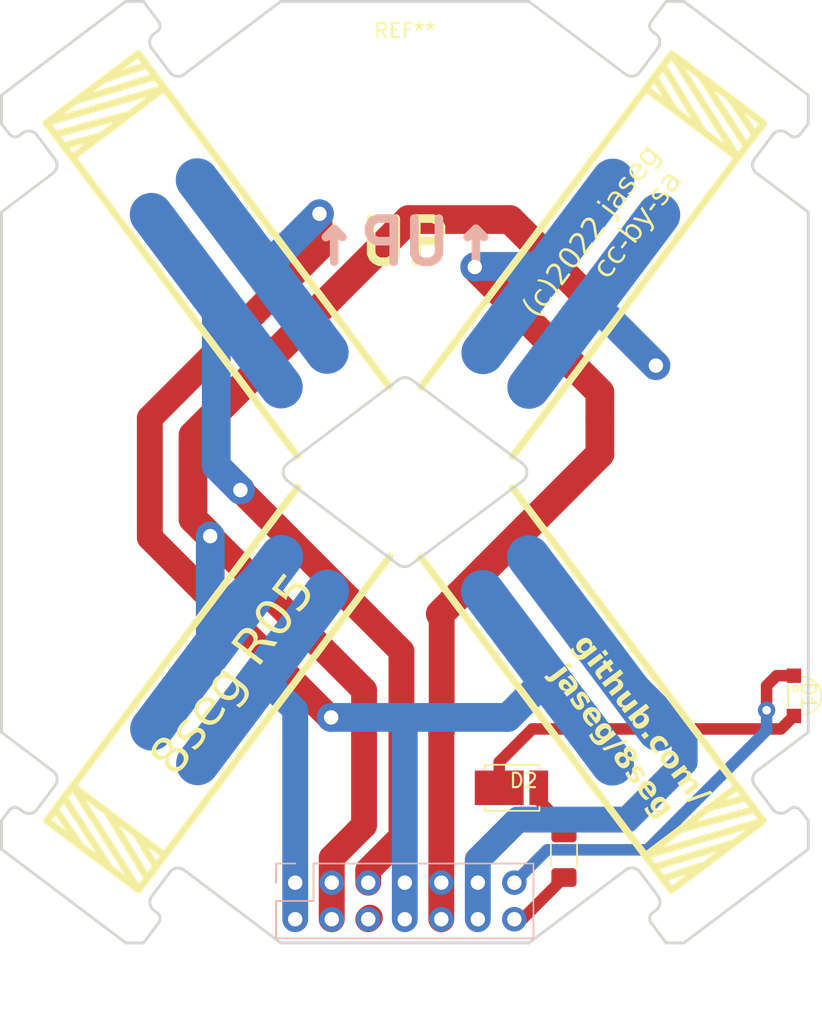
<source format=kicad_pcb>
(kicad_pcb (version 20220427) (generator pcbnew)

  (general
    (thickness 1.6)
  )

  (paper "A4")
  (layers
    (0 "F.Cu" signal)
    (31 "B.Cu" signal)
    (32 "B.Adhes" user "B.Adhesive")
    (33 "F.Adhes" user "F.Adhesive")
    (34 "B.Paste" user)
    (35 "F.Paste" user)
    (36 "B.SilkS" user "B.Silkscreen")
    (37 "F.SilkS" user "F.Silkscreen")
    (38 "B.Mask" user)
    (39 "F.Mask" user)
    (40 "Dwgs.User" user "User.Drawings")
    (41 "Cmts.User" user "User.Comments")
    (42 "Eco1.User" user "User.Eco1")
    (43 "Eco2.User" user "User.Eco2")
    (44 "Edge.Cuts" user)
    (45 "Margin" user)
    (46 "B.CrtYd" user "B.Courtyard")
    (47 "F.CrtYd" user "F.Courtyard")
    (48 "B.Fab" user)
    (49 "F.Fab" user)
  )

  (setup
    (stackup
      (layer "F.SilkS" (type "Top Silk Screen"))
      (layer "F.Paste" (type "Top Solder Paste"))
      (layer "F.Mask" (type "Top Solder Mask") (thickness 0.01))
      (layer "F.Cu" (type "copper") (thickness 0.035))
      (layer "dielectric 1" (type "core") (thickness 1.51) (material "FR4") (epsilon_r 4.5) (loss_tangent 0.02))
      (layer "B.Cu" (type "copper") (thickness 0.035))
      (layer "B.Mask" (type "Bottom Solder Mask") (thickness 0.01))
      (layer "B.Paste" (type "Bottom Solder Paste"))
      (layer "B.SilkS" (type "Bottom Silk Screen"))
      (copper_finish "None")
      (dielectric_constraints no)
    )
    (pad_to_mask_clearance 0)
    (pcbplotparams
      (layerselection 0x00010fc_ffffffff)
      (plot_on_all_layers_selection 0x0000000_00000000)
      (disableapertmacros false)
      (usegerberextensions false)
      (usegerberattributes false)
      (usegerberadvancedattributes false)
      (creategerberjobfile false)
      (dashed_line_dash_ratio 12.000000)
      (dashed_line_gap_ratio 3.000000)
      (svgprecision 6)
      (plotframeref false)
      (viasonmask false)
      (mode 1)
      (useauxorigin false)
      (hpglpennumber 1)
      (hpglpenspeed 20)
      (hpglpendiameter 15.000000)
      (dxfpolygonmode true)
      (dxfimperialunits true)
      (dxfusepcbnewfont true)
      (psnegative false)
      (psa4output false)
      (plotreference true)
      (plotvalue true)
      (plotinvisibletext false)
      (sketchpadsonfab false)
      (subtractmaskfromsilk false)
      (outputformat 1)
      (mirror false)
      (drillshape 0)
      (scaleselection 1)
      (outputdirectory "gerber")
    )
  )

  (net 0 "")
  (net 1 "/C1")
  (net 2 "/C2")
  (net 3 "Net-(D2-A)")
  (net 4 "Net-(D1-K)")
  (net 5 "Net-(J5-Pin_14)")
  (net 6 "Net-(D1-A)")
  (net 7 "/Q2")
  (net 8 "/Q0")
  (net 9 "/Q3")
  (net 10 "/Q1")

  (footprint "center:led_tape_3528_2835" (layer "F.Cu") (at 199.675 126.6 -143))

  (footprint "center:led_tape_3528_2835" (layer "F.Cu") (at 156.225 126.575 143))

  (footprint "center:led_tape_3528_2835" (layer "F.Cu") (at 199.7 73.3 -37))

  (footprint "center:led_tape_3528_2835" (layer "F.Cu") (at 156.2 73.275 37))

  (footprint "Resistor_SMD:R_1206_3216Metric_Pad1.30x1.75mm_HandSolder" (layer "F.Cu") (at 189.005 126.575 -90))

  (footprint "footprints:LED_2835" (layer "F.Cu") (at 186.2 121.89))

  (footprint "MountingHole:MountingHole_3.2mm_M3" (layer "F.Cu") (at 177.94 73.471895))

  (footprint "footprints:Everlight_IR12-21C" (layer "F.Cu") (at 205.5 115.5 -90))

  (footprint "Connector_PinHeader_2.54mm:PinHeader_2x07_P2.54mm_Vertical" (layer "B.Cu") (at 170.312015 128.482991 -90))

  (gr_line (start 205.95 109.225) (end 205.95 86.725)
    (stroke (width 0.1) (type solid)) (layer "Dwgs.User") (tstamp 00452949-3f6a-4757-b83b-e5da814ffed4))
  (gr_line (start 169.45 99.975) (end 186.475 99.975)
    (stroke (width 0.1) (type solid)) (layer "Dwgs.User") (tstamp 8d6b04c1-5265-40e1-b6fd-a7ed49b5d7ff))
  (gr_line (start 177.95 93.35) (end 177.95 106.55)
    (stroke (width 0.1) (type solid)) (layer "Dwgs.User") (tstamp b583db7a-dd4b-42ae-9612-a8c96d137454))
  (gr_line (start 195.063097 131.271699) (end 196.115747 132.669029)
    (stroke (width 0.2) (type solid)) (layer "Edge.Cuts") (tstamp 04efd217-d32d-43ca-8584-c988f02d860c))
  (gr_line (start 205.995762 126.154695) (end 205.995762 124.179621)
    (stroke (width 0.2) (type solid)) (layer "Edge.Cuts") (tstamp 0cfffb62-7143-47fc-b785-31d01f7c1dbf))
  (gr_line (start 152.336511 76.522584) (end 153.6 78.2)
    (stroke (width 0.2) (type solid)) (layer "Edge.Cuts") (tstamp 11f3c557-bb5a-41a3-9017-fc1134ff5ac9))
  (gr_line (start 205.995767 73.757894) (end 197.350819 67.243046)
    (stroke (width 0.2) (type solid)) (layer "Edge.Cuts") (tstamp 126903cc-5693-4205-8d17-6a71a23c5b18))
  (gr_curve (pts (xy 161.605196 127.744259) (xy 161.83858 127.434551) (xy 162.275787 127.373419) (xy 162.585498 127.606799))
    (stroke (width 0.2) (type solid)) (layer "Edge.Cuts") (tstamp 14c11c4b-d836-4450-819a-98c99e7e1146))
  (gr_line (start 169.771105 99.357362) (end 177.497766 93.529296)
    (stroke (width 0.2) (type solid)) (layer "Edge.Cuts") (tstamp 186ad972-defa-4eef-80df-27e6b4996a5a))
  (gr_line (start 169.303435 67.243046) (end 162.572579 72.315087)
    (stroke (width 0.2) (type solid)) (layer "Edge.Cuts") (tstamp 18a40f80-f7cc-45a5-938b-c7064261c9c4))
  (gr_curve (pts (xy 195.394344 69.510091) (xy 195.704054 69.743475) (xy 195.765705 70.180683) (xy 195.532321 70.490393))
    (stroke (width 0.2) (type solid)) (layer "Edge.Cuts") (tstamp 18e7c045-74b4-4b86-911f-3d88a8afa9fa))
  (gr_line (start 186.570077 67.243046) (end 169.303435 67.243046)
    (stroke (width 0.2) (type solid)) (layer "Edge.Cuts") (tstamp 1ca53f3a-f1fa-4b53-a961-61b9836721f6))
  (gr_curve (pts (xy 177.909627 93.378918) (xy 178.086388 93.369361) (xy 178.260832 93.422628) (xy 178.402104 93.529296))
    (stroke (width 0.2) (type solid)) (layer "Edge.Cuts") (tstamp 1e74755d-8214-45e4-a138-d969010b8a1c))
  (gr_curve (pts (xy 195.113227 130.613859) (xy 194.933713 130.789447) (xy 194.912263 131.070937) (xy 195.063097 131.271699))
    (stroke (width 0.2) (type solid)) (layer "Edge.Cuts") (tstamp 1eabf6ac-d56e-409b-baf8-1a2d7865a37e))
  (gr_line (start 196.115747 132.669029) (end 197.350814 132.669029)
    (stroke (width 0.2) (type solid)) (layer "Edge.Cuts") (tstamp 21b080ab-75fe-49a8-97e3-7a8af43bf759))
  (gr_line (start 150.428101 123.4484) (end 149.877747 124.178588)
    (stroke (width 0.2) (type solid)) (layer "Edge.Cuts") (tstamp 26330481-ef67-40d2-88c5-789b971cbaa5))
  (gr_line (start 186.126714 100.568659) (end 178.36853 106.37709)
    (stroke (width 0.2) (type solid)) (layer "Edge.Cuts") (tstamp 348fad4a-8466-416c-9c2a-1cc1dfccf090))
  (gr_curve (pts (xy 160.810413 131.271699) (xy 160.960909 131.071382) (xy 160.939924 130.79061) (xy 160.761323 130.614889))
    (stroke (width 0.2) (type solid)) (layer "Edge.Cuts") (tstamp 35ebd2b6-1bc6-412d-b25c-574ac940eaa2))
  (gr_curve (pts (xy 204.799459 76.597514) (xy 205.017844 76.721392) (xy 205.294229 76.664125) (xy 205.445413 76.463672))
    (stroke (width 0.2) (type solid)) (layer "Edge.Cuts") (tstamp 38834709-2352-446a-ac65-b1a633cc0004))
  (gr_curve (pts (xy 195.063102 68.640377) (xy 194.912608 68.840694) (xy 194.933593 69.121464) (xy 195.112192 69.297184))
    (stroke (width 0.2) (type solid)) (layer "Edge.Cuts") (tstamp 3f01a246-c31a-4579-bd3b-dd664af63a55))
  (gr_curve (pts (xy 151.355693 76.385122) (xy 151.665404 76.151739) (xy 152.103129 76.212871) (xy 152.336511 76.522584))
    (stroke (width 0.2) (type solid)) (layer "Edge.Cuts") (tstamp 3fba8138-a699-4e0f-a961-a82dc289d954))
  (gr_curve (pts (xy 152.349431 123.398791) (xy 152.116047 123.708501) (xy 151.678323 123.770151) (xy 151.368612 123.536767))
    (stroke (width 0.2) (type solid)) (layer "Edge.Cuts") (tstamp 400021ba-d6e8-4b66-948d-db273b5553c8))
  (gr_line (start 158.523731 132.669029) (end 159.757247 132.669029)
    (stroke (width 0.2) (type solid)) (layer "Edge.Cuts") (tstamp 4722eeb0-4d17-42da-ad73-50ebd7e0414a))
  (gr_curve (pts (xy 204.517823 123.526948) (xy 204.20811 123.760332) (xy 203.770904 123.698683) (xy 203.537521 123.388972))
    (stroke (width 0.2) (type solid)) (layer "Edge.Cuts") (tstamp 48023b20-a82d-4c06-bc1a-7ba8dedcd436))
  (gr_curve (pts (xy 169.771105 100.554706) (xy 169.583317 100.41296) (xy 169.47292 100.191314) (xy 169.47292 99.956034))
    (stroke (width 0.2) (type solid)) (layer "Edge.Cuts") (tstamp 4afa8961-4c21-4ba1-a310-ab0e39182909))
  (gr_line (start 169.303435 132.669029) (end 186.570596 132.669029)
    (stroke (width 0.2) (type solid)) (layer "Edge.Cuts") (tstamp 4b0b1f85-0197-4466-8d45-1186a25d2278))
  (gr_curve (pts (xy 150.428618 76.463672) (xy 150.579297 76.663358) (xy 150.854355 76.720974) (xy 151.072506 76.598546))
    (stroke (width 0.2) (type solid)) (layer "Edge.Cuts") (tstamp 4c88563c-0d3a-4f98-b03e-46a03e3d147d))
  (gr_line (start 153.462541 79.180302) (end 149.877747 81.881428)
    (stroke (width 0.2) (type solid)) (layer "Edge.Cuts") (tstamp 4e8190bd-f0f5-4187-8363-1bf6c1d512f4))
  (gr_curve (pts (xy 202.273513 121.712072) (xy 202.04013 121.402361) (xy 202.10178 120.965154) (xy 202.411491 120.73177))
    (stroke (width 0.2) (type solid)) (layer "Edge.Cuts") (tstamp 50c3136d-4e28-4dc9-b459-08f4ccd6792d))
  (gr_line (start 160.466248 69.51991) (end 160.76132 69.297702)
    (stroke (width 0.2) (type solid)) (layer "Edge.Cuts") (tstamp 50f395ba-5d7f-4cee-9d8e-327ac93b9fe4))
  (gr_line (start 160.341708 129.421679) (end 161.605196 127.744259)
    (stroke (width 0.2) (type solid)) (layer "Edge.Cuts") (tstamp 53f5184b-91a3-4902-b7f6-0d40cd33d9f4))
  (gr_line (start 160.761323 130.614889) (end 160.479167 130.401979)
    (stroke (width 0.2) (type solid)) (layer "Edge.Cuts") (tstamp 5406538e-1866-4f17-a174-0ebe67decea0))
  (gr_line (start 195.407267 130.392159) (end 195.113227 130.613859)
    (stroke (width 0.2) (type solid)) (layer "Edge.Cuts") (tstamp 57618f7c-d8ba-425d-90be-e98a8c8ff574))
  (gr_line (start 161.592277 72.177112) (end 160.328789 70.500212)
    (stroke (width 0.2) (type solid)) (layer "Edge.Cuts") (tstamp 57a3b57c-3d16-43de-a9e9-756120baf567))
  (gr_line (start 153.612919 121.72189) (end 152.349431 123.398791)
    (stroke (width 0.2) (type solid)) (layer "Edge.Cuts") (tstamp 5afad60c-44fb-41a1-bd60-0427c477efc4))
  (gr_line (start 205.995767 81.881428) (end 202.398571 79.170484)
    (stroke (width 0.2) (type solid)) (layer "Edge.Cuts") (tstamp 5b27d08f-3f5a-4255-bbe7-956f47e15bb1))
  (gr_line (start 193.288015 72.305268) (end 186.570077 67.243046)
    (stroke (width 0.2) (type solid)) (layer "Edge.Cuts") (tstamp 5c399808-91a1-4ee1-b46b-9843aabe7b5d))
  (gr_line (start 204.799975 123.314558) (end 204.517823 123.526948)
    (stroke (width 0.2) (type solid)) (layer "Edge.Cuts") (tstamp 6509f08b-c7ed-4a46-ad0a-d1f4acfcd92f))
  (gr_line (start 205.995762 124.179621) (end 205.444891 123.4484)
    (stroke (width 0.2) (type solid)) (layer "Edge.Cuts") (tstamp 68f13e96-0a45-4200-93b2-fd81be5966a8))
  (gr_line (start 197.350819 67.243046) (end 196.116784 67.243046)
    (stroke (width 0.2) (type solid)) (layer "Edge.Cuts") (tstamp 6bcfa47d-fbff-49e6-9975-64d9051816b0))
  (gr_line (start 177.909627 93.378918) (end 177.909627 93.378918)
    (stroke (width 0.2) (type solid)) (layer "Edge.Cuts") (tstamp 6d2e2812-1bf4-4037-8f74-6f222ff174d4))
  (gr_curve (pts (xy 204.504903 76.375306) (xy 204.504903 76.375306) (xy 204.799459 76.597514) (xy 204.799459 76.597514))
    (stroke (width 0.2) (type solid)) (layer "Edge.Cuts") (tstamp 6e8910b1-8a6b-4d7f-a062-3ac70e8b7695))
  (gr_line (start 195.112192 69.297184) (end 195.394344 69.510091)
    (stroke (width 0.2) (type solid)) (layer "Edge.Cuts") (tstamp 6f1efeca-ba61-4a4f-a111-a62d684129c5))
  (gr_line (start 159.757761 67.243046) (end 158.522697 67.243046)
    (stroke (width 0.2) (type solid)) (layer "Edge.Cuts") (tstamp 75eb5fd3-397f-4ad4-8d25-6b99d25a02ad))
  (gr_line (start 186.570596 132.669029) (end 193.300933 127.596989)
    (stroke (width 0.2) (type solid)) (layer "Edge.Cuts") (tstamp 7700163a-af51-4234-af45-f5b77fb360a5))
  (gr_curve (pts (xy 151.368612 123.536767) (xy 151.368612 123.536767) (xy 151.073023 123.314041) (xy 151.073023 123.314041))
    (stroke (width 0.2) (type solid)) (layer "Edge.Cuts") (tstamp 77995224-887c-41d8-b339-c869b3bff00e))
  (gr_curve (pts (xy 205.444891 123.4484) (xy 205.293812 123.248513) (xy 205.018119 123.191297) (xy 204.799975 123.314558))
    (stroke (width 0.2) (type solid)) (layer "Edge.Cuts") (tstamp 7f5e8f98-90e6-462b-9be2-1a8b0cc74dbb))
  (gr_line (start 149.877747 124.178588) (end 149.877747 126.154178)
    (stroke (width 0.2) (type solid)) (layer "Edge.Cuts") (tstamp 80dd6165-680d-4d0d-9876-be8f42e1ea13))
  (gr_curve (pts (xy 178.36853 106.37709) (xy 178.100481 106.57699) (xy 177.732482 106.575318) (xy 177.466261 106.37299))
    (stroke (width 0.2) (type solid)) (layer "Edge.Cuts") (tstamp 8244b9b3-6246-411a-a373-287525178d25))
  (gr_curve (pts (xy 177.466261 106.37299) (xy 177.466261 106.37299) (xy 169.771105 100.554706) (xy 169.771105 100.554706))
    (stroke (width 0.2) (type solid)) (layer "Edge.Cuts") (tstamp 8d5c7d1c-7632-4bda-900c-4e252e2169fd))
  (gr_line (start 195.532321 70.490393) (end 194.268314 72.167809)
    (stroke (width 0.2) (type solid)) (layer "Edge.Cuts") (tstamp 9031fcdc-7ce9-4895-bc64-671ee3b3f21f))
  (gr_curve (pts (xy 153.6 78.2) (xy 153.833384 78.50971) (xy 153.772252 78.946919) (xy 153.462541 79.180302))
    (stroke (width 0.2) (type solid)) (layer "Edge.Cuts") (tstamp 99a651ed-c501-4d00-a3cd-0181fbc3ce9e))
  (gr_line (start 196.116784 67.243046) (end 195.063102 68.640377)
    (stroke (width 0.2) (type solid)) (layer "Edge.Cuts") (tstamp 9b83737e-d28e-4315-9c7c-6776e3dd6d3e))
  (gr_curve (pts (xy 160.76132 69.297702) (xy 160.940512 69.12184) (xy 160.961516 68.84037) (xy 160.81041 68.63986))
    (stroke (width 0.2) (type solid)) (layer "Edge.Cuts") (tstamp 9b9649fc-1fb2-4d51-8eed-25bea1786091))
  (gr_line (start 203.537521 123.388972) (end 202.273513 121.712072)
    (stroke (width 0.2) (type solid)) (layer "Edge.Cuts") (tstamp 9d072af7-536b-4653-bf20-2b8cbc8a772e))
  (gr_line (start 205.445413 76.463672) (end 205.995767 75.733483)
    (stroke (width 0.2) (type solid)) (layer "Edge.Cuts") (tstamp 9e73450f-860e-4d29-8bab-93b1b36f7fdf))
  (gr_line (start 149.877747 118.030643) (end 153.47546 120.741589)
    (stroke (width 0.2) (type solid)) (layer "Edge.Cuts") (tstamp a153a946-cbf8-4474-9b99-4103b7898ffe))
  (gr_line (start 162.585498 127.606799) (end 169.303435 132.669029)
    (stroke (width 0.2) (type solid)) (layer "Edge.Cuts") (tstamp a186c7d2-6904-421e-87c9-de31cba0ca8c))
  (gr_curve (pts (xy 151.073023 123.314041) (xy 150.854754 123.190888) (xy 150.579032 123.24833) (xy 150.428101 123.4484))
    (stroke (width 0.2) (type solid)) (layer "Edge.Cuts") (tstamp a26481dd-1d05-4e1e-9baf-74b99c399007))
  (gr_line (start 205.995767 75.733483) (end 205.995767 73.757894)
    (stroke (width 0.2) (type solid)) (layer "Edge.Cuts") (tstamp af5cbfde-0bf5-4dfd-86db-1ddb0d9a8509))
  (gr_curve (pts (xy 149.877747 75.732451) (xy 149.877747 75.732451) (xy 150.428618 76.463672) (xy 150.428618 76.463672))
    (stroke (width 0.2) (type solid)) (layer "Edge.Cuts") (tstamp b4b2300e-0d34-41cc-a72b-e22de988a4b7))
  (gr_line (start 202.260597 78.190181) (end 203.524601 76.513281)
    (stroke (width 0.2) (type solid)) (layer "Edge.Cuts") (tstamp b7392627-b342-456a-a419-9a989099bfd3))
  (gr_curve (pts (xy 202.398571 79.170484) (xy 202.088861 78.9371) (xy 202.02721 78.499892) (xy 202.260597 78.190181))
    (stroke (width 0.2) (type solid)) (layer "Edge.Cuts") (tstamp b757359e-bae5-4d2f-8e45-198f6ac3f460))
  (gr_line (start 194.281237 127.734439) (end 195.545244 129.411859)
    (stroke (width 0.2) (type solid)) (layer "Edge.Cuts") (tstamp bf2a7eaa-9bb2-4e69-8f91-210fc0b3c77c))
  (gr_curve (pts (xy 186.428075 99.969853) (xy 186.427367 100.205738) (xy 186.315736 100.427548) (xy 186.126714 100.568659))
    (stroke (width 0.2) (type solid)) (layer "Edge.Cuts") (tstamp bf6c6f84-dceb-4d40-84e0-0ded20796c00))
  (gr_curve (pts (xy 194.268314 72.167809) (xy 194.034931 72.47752) (xy 193.597725 72.538652) (xy 193.288015 72.305268))
    (stroke (width 0.2) (type solid)) (layer "Edge.Cuts") (tstamp c3f99283-03f0-421e-9a9e-312784858a5e))
  (gr_line (start 151.072506 76.598546) (end 151.355693 76.385122)
    (stroke (width 0.2) (type solid)) (layer "Edge.Cuts") (tstamp c4995ea9-0c62-4538-bbcb-e5e92d296aa0))
  (gr_curve (pts (xy 169.47292 99.956034) (xy 169.47292 99.720754) (xy 169.583317 99.499109) (xy 169.771105 99.357362))
    (stroke (width 0.2) (type solid)) (layer "Edge.Cuts") (tstamp c5989ff8-fdb0-4d81-8d63-707ec54ad1c2))
  (gr_line (start 149.877747 126.154178) (end 158.523731 132.669029)
    (stroke (width 0.2) (type solid)) (layer "Edge.Cuts") (tstamp cbf13893-d950-4e62-bcd5-1b3095883fe7))
  (gr_curve (pts (xy 153.47546 120.741589) (xy 153.785171 120.974972) (xy 153.846303 121.412179) (xy 153.612919 121.72189))
    (stroke (width 0.2) (type solid)) (layer "Edge.Cuts") (tstamp cd9416df-8d60-4333-afa7-2c09fef22cd9))
  (gr_curve (pts (xy 186.130314 99.369248) (xy 186.318486 99.511492) (xy 186.428783 99.733969) (xy 186.428075 99.969853))
    (stroke (width 0.2) (type solid)) (layer "Edge.Cuts") (tstamp cea703cf-69a6-4910-ae84-d4b2432aa561))
  (gr_line (start 149.877747 73.757894) (end 149.877747 75.732451)
    (stroke (width 0.2) (type solid)) (layer "Edge.Cuts") (tstamp cfc26a1b-2e36-4b2e-81a9-0a62cced8290))
  (gr_curve (pts (xy 195.545244 129.411859) (xy 195.778628 129.721569) (xy 195.716977 130.158779) (xy 195.407267 130.392159))
    (stroke (width 0.2) (type solid)) (layer "Edge.Cuts") (tstamp d0e9574e-d03e-4838-919b-9f01d3758f18))
  (gr_curve (pts (xy 160.328789 70.500212) (xy 160.095405 70.190501) (xy 160.156537 69.753293) (xy 160.466248 69.51991))
    (stroke (width 0.2) (type solid)) (layer "Edge.Cuts") (tstamp d405ec10-a269-4c33-adca-278336c3284e))
  (gr_line (start 202.411491 120.73177) (end 205.995767 118.030643)
    (stroke (width 0.2) (type solid)) (layer "Edge.Cuts") (tstamp d971f234-c645-48e1-96ca-ff0c1bc722e3))
  (gr_curve (pts (xy 203.524601 76.513281) (xy 203.757985 76.20357) (xy 204.195193 76.141917) (xy 204.504903 76.375306))
    (stroke (width 0.2) (type solid)) (layer "Edge.Cuts") (tstamp db5faa69-d0af-43c2-a67f-567c0883b564))
  (gr_curve (pts (xy 162.572579 72.315087) (xy 162.26287 72.548471) (xy 161.825661 72.486823) (xy 161.592277 72.177112))
    (stroke (width 0.2) (type solid)) (layer "Edge.Cuts") (tstamp e1b3edb0-034f-4350-8b9f-b1fad5345c9e))
  (gr_line (start 158.522697 67.243046) (end 149.877747 73.757894)
    (stroke (width 0.2) (type solid)) (layer "Edge.Cuts") (tstamp e578b2e0-d167-4792-b668-444fe9aa537d))
  (gr_curve (pts (xy 160.479167 130.401979) (xy 160.169456 130.168599) (xy 160.108324 129.731389) (xy 160.341708 129.421679))
    (stroke (width 0.2) (type solid)) (layer "Edge.Cuts") (tstamp e703be12-ca82-4d58-b324-d44405cdfab1))
  (gr_line (start 160.81041 68.63986) (end 159.757761 67.243046)
    (stroke (width 0.2) (type solid)) (layer "Edge.Cuts") (tstamp e76d77b2-d760-4b0c-9146-853d28f6ff4f))
  (gr_curve (pts (xy 193.300933 127.596989) (xy 193.610648 127.3636) (xy 194.047853 127.424732) (xy 194.281237 127.734439))
    (stroke (width 0.2) (type solid)) (layer "Edge.Cuts") (tstamp e85c3198-76d5-4cf3-893b-18be75ef853b))
  (gr_line (start 205.995767 118.030643) (end 205.995767 81.881428)
    (stroke (width 0.2) (type solid)) (layer "Edge.Cuts") (tstamp ef2ee061-71f9-4a8e-8611-22a1216e3caa))
  (gr_line (start 178.402104 93.529296) (end 186.130314 99.369248)
    (stroke (width 0.2) (type solid)) (layer "Edge.Cuts") (tstamp f17250c9-5149-4bcf-86a5-1b08f69430ce))
  (gr_line (start 149.877747 81.881428) (end 149.877747 118.030643)
    (stroke (width 0.2) (type solid)) (layer "Edge.Cuts") (tstamp f2a1f5b8-a7d3-4201-a797-b57470ef0d25))
  (gr_line (start 197.350814 132.669029) (end 205.995762 126.154695)
    (stroke (width 0.2) (type solid)) (layer "Edge.Cuts") (tstamp f4a69e8a-89bd-44ff-970f-a206bee177a2))
  (gr_curve (pts (xy 177.497766 93.529296) (xy 177.61701 93.439268) (xy 177.760427 93.386904) (xy 177.909627 93.378918))
    (stroke (width 0.2) (type solid)) (layer "Edge.Cuts") (tstamp fb41711d-128e-4767-b7cb-02764255fff7))
  (gr_curve (pts (xy 159.757247 132.669029) (xy 159.757247 132.669029) (xy 160.810413 131.271699) (xy 160.810413 131.271699))
    (stroke (width 0.2) (type solid)) (layer "Edge.Cuts") (tstamp fc051803-fc31-41b1-8afb-85315da3269f))
  (gr_text locked "↑UP↑" (at 177.95 83.975) (layer "B.SilkS") (tstamp 00000000-0000-0000-0000-00005c2a4e04)
    (effects (font (size 3 3) (thickness 0.6)) (justify mirror))
  )
  (gr_text "8seg R05" (at 166.056995 114.061317 53) (layer "F.SilkS") (tstamp 00000000-0000-0000-0000-00005de93595)
    (effects (font (face "Fredoka One") (size 2.5 2.5) (thickness 0.4)))
    (render_cache "8seg R05" 53
      (polygon
        (pts
          (xy 161.676438 117.864765)          (xy 161.716104 117.868627)          (xy 161.755371 117.874668)          (xy 161.794239 117.882887)
          (xy 161.832708 117.893284)          (xy 161.870778 117.905859)          (xy 161.908449 117.920613)          (xy 161.945721 117.937544)
          (xy 161.982594 117.956654)          (xy 162.019068 117.977943)          (xy 162.055144 118.001409)          (xy 162.09082 118.027053)
          (xy 162.111474 118.043621)          (xy 162.131255 118.061538)          (xy 162.150163 118.080803)          (xy 162.168198 118.101418)
          (xy 162.18536 118.123382)          (xy 162.201648 118.146694)          (xy 162.217064 118.171356)          (xy 162.231606 118.197367)
          (xy 162.245003 118.223375)          (xy 162.257044 118.248456)          (xy 162.267728 118.272611)          (xy 162.277056 118.295839)
          (xy 162.286808 118.323571)          (xy 162.29444 118.349855)          (xy 162.299953 118.374691)          (xy 162.300802 118.379485)
          (xy 162.314063 118.455231)          (xy 162.338212 118.449553)          (xy 162.363294 118.444692)          (xy 162.388033 118.440584)
          (xy 162.415378 118.436609)          (xy 162.419498 118.436053)          (xy 162.447712 118.433579)          (xy 162.476395 118.433321)
          (xy 162.502726 118.434294)          (xy 162.532066 118.436315)          (xy 162.564415 118.439385)          (xy 162.590651 118.442376)
          (xy 162.618579 118.445957)          (xy 162.6482 118.450128)          (xy 162.678341 118.455078)          (xy 162.707695 118.461182)
          (xy 162.73626 118.468439)          (xy 162.764036 118.476849)          (xy 162.791025 118.486412)          (xy 162.817225 118.497128)
          (xy 162.842637 118.508998)          (xy 162.86726 118.52202)          (xy 162.891095 118.536196)          (xy 162.914142 118.551525)
          (xy 162.929069 118.562385)          (xy 162.94847 118.577355)          (xy 162.985542 118.608098)          (xy 163.020309 118.639912)
          (xy 163.05277 118.672795)          (xy 163.082926 118.706749)          (xy 163.110776 118.741772)          (xy 163.13632 118.777866)
          (xy 163.159559 118.815029)          (xy 163.180493 118.853263)          (xy 163.199121 118.892566)          (xy 163.215443 118.93294)
          (xy 163.22946 118.974383)          (xy 163.241171 119.016897)          (xy 163.250576 119.06048)          (xy 163.257676 119.105134)
          (xy 163.262471 119.150857)          (xy 163.264003 119.17412)          (xy 163.265548 119.220477)          (xy 163.265237 119.266176)
          (xy 163.263068 119.311216)          (xy 163.259042 119.355597)          (xy 163.253159 119.399319)          (xy 163.245419 119.442383)
          (xy 163.235822 119.484788)          (xy 163.224368 119.526535)          (xy 163.211057 119.567622)          (xy 163.195889 119.608051)
          (xy 163.178864 119.647821)          (xy 163.159982 119.686933)          (xy 163.139242 119.725385)          (xy 163.116646 119.763179)
          (xy 163.092193 119.800315)          (xy 163.065882 119.836791)          (xy 163.038073 119.872142)          (xy 163.009124 119.905898)
          (xy 162.979034 119.93806)          (xy 162.947804 119.968628)          (xy 162.915434 119.997603)          (xy 162.881923 120.024983)
          (xy 162.847272 120.050769)          (xy 162.811481 120.074962)          (xy 162.774549 120.09756)          (xy 162.736478 120.118564)
          (xy 162.697265 120.137975)          (xy 162.656913 120.155791)          (xy 162.61542 120.172013)          (xy 162.572787 120.186642)
          (xy 162.529013 120.199676)          (xy 162.484099 120.211117)          (xy 162.438841 120.220434)          (xy 162.393943 120.227221)
          (xy 162.349404 120.231478)          (xy 162.305225 120.233204)          (xy 162.261405 120.2324)          (xy 162.217946 120.229065)
          (xy 162.174846 120.223201)          (xy 162.132106 120.214805)          (xy 162.089725 120.20388)          (xy 162.047704 120.190424)
          (xy 162.006043 120.174438)          (xy 161.964742 120.155921)          (xy 161.9238 120.134875)          (xy 161.883218 120.111297)
          (xy 161.842996 120.08519)          (xy 161.803133 120.056552)          (xy 161.781451 120.039421)          (xy 161.76066 120.021375)
          (xy 161.74076 120.002414)          (xy 161.721751 119.982539)          (xy 161.703632 119.961749)          (xy 161.686404 119.940045)
          (xy 161.670067 119.917426)          (xy 161.654621 119.893892)          (xy 161.640065 119.869444)          (xy 161.626401 119.844081)
          (xy 161.617786 119.826664)          (xy 161.605595 119.800582)          (xy 161.594456 119.775333)          (xy 161.58437 119.750917)
          (xy 161.575336 119.727334)          (xy 161.564926 119.697187)          (xy 161.556388 119.66852)          (xy 161.549719 119.641335)
          (xy 161.544921 119.615631)          (xy 161.541994 119.591408)          (xy 161.532816 119.49198)          (xy 161.50685 119.497285)
          (xy 161.48138 119.501775)          (xy 161.45548 119.505872)          (xy 161.452428 119.50633)          (xy 161.427071 119.507679)
          (xy 161.399259 119.506468)          (xy 161.371796 119.50379)          (xy 161.34702 119.500554)          (xy 161.319751 119.496348)
          (xy 161.289988 119.49117)          (xy 161.274171 119.488217)          (xy 161.250221 119.48315)          (xy 161.219042 119.474976)
          (xy 161.188726 119.465183)          (xy 161.159272 119.453769)          (xy 161.13068 119.440735)          (xy 161.102951 119.426082)
          (xy 161.076084 119.409808)          (xy 161.050079 119.391914)          (xy 161.043712 119.387188)          (xy 161.016625 119.365744)
          (xy 162.090598 119.365744)          (xy 162.093332 119.394456)          (xy 162.098628 119.4221)          (xy 162.10585 119.448043)
          (xy 162.115 119.472284)          (xy 162.126077 119.494823)          (xy 162.139082 119.515661)          (xy 162.158048 119.539316)
          (xy 162.180025 119.560312)          (xy 162.189659 119.567966)          (xy 162.215104 119.584676)          (xy 162.24237 119.597831)
          (xy 162.265494 119.605795)          (xy 162.289784 119.611483)          (xy 162.315238 119.614895)          (xy 162.341858 119.616032)
          (xy 162.369644 119.614893)          (xy 162.383973 119.61347)          (xy 162.412567 119.608341)          (xy 162.440447 119.599783)
          (xy 162.467614 119.587797)          (xy 162.494068 119.572382)          (xy 162.519808 119.553538)          (xy 162.538644 119.537155)
          (xy 162.55708 119.518844)          (xy 162.575114 119.498604)          (xy 162.592746 119.476435)          (xy 162.609245 119.453309)
          (xy 162.623741 119.43038)          (xy 162.636234 119.407649)          (xy 162.646723 119.385115)          (xy 162.657593 119.355376)
          (xy 162.664901 119.325988)          (xy 162.668648 119.296951)          (xy 162.668833 119.268264)          (xy 162.665457 119.239928)
          (xy 162.659419 119.21262)          (xy 162.651617 119.187018)          (xy 162.642053 119.163121)          (xy 162.630725 119.140931)
          (xy 162.614085 119.115591)          (xy 162.594691 119.092916)          (xy 162.572542 119.072906)          (xy 162.567781 119.069224)
          (xy 162.542635 119.052702)          (xy 162.515655 119.039651)          (xy 162.486844 119.030073)          (xy 162.462475 119.02491)
          (xy 162.436934 119.02197)          (xy 162.410219 119.021252)          (xy 162.382332 119.022756)          (xy 162.375177 119.02348)
          (xy 162.346739 119.028165)          (xy 162.319018 119.036305)          (xy 162.292014 119.0479)          (xy 162.265727 119.062951)
          (xy 162.240158 119.081458)          (xy 162.221452 119.097605)          (xy 162.203149 119.115696)          (xy 162.185249 119.135731)
          (xy 162.167754 119.157709)          (xy 162.151427 119.180588)          (xy 162.137034 119.203326)          (xy 162.124576 119.225922)
          (xy 162.114053 119.248377)          (xy 162.10303 119.278096)          (xy 162.095447 119.307564)          (xy 162.091303 119.33678)
          (xy 162.090598 119.365744)          (xy 161.016625 119.365744)          (xy 161.010318 119.360751)          (xy 160.978893 119.333254)
          (xy 160.949438 119.304696)          (xy 160.921952 119.275078)          (xy 160.896436 119.2444)          (xy 160.87289 119.212662)
          (xy 160.851314 119.179863)          (xy 160.831707 119.146005)          (xy 160.81407 119.111085)          (xy 160.798403 119.075106)
          (xy 160.784706 119.038066)          (xy 160.772978 118.999966)          (xy 160.76322 118.960806)          (xy 160.755431 118.920585)
          (xy 160.749613 118.879305)          (xy 160.745764 118.836964)          (xy 160.74374 118.794313)          (xy 160.743517 118.752196)
          (xy 160.744187 118.734569)          (xy 161.342648 118.734569)          (xy 161.344945 118.760166)          (xy 161.350378 118.784524)
          (xy 161.359705 118.811336)          (xy 161.372095 118.83551)          (xy 161.387548 118.857046)          (xy 161.406064 118.875944)
          (xy 161.416471 118.884404)          (xy 161.439114 118.898753)          (xy 161.463887 118.909276)          (xy 161.49079 118.915975)
          (xy 161.519822 118.918848)          (xy 161.545642 118.918321)          (xy 161.561844 118.91673)          (xy 161.588684 118.911219)
          (xy 161.614615 118.901812)          (xy 161.639636 118.888508)          (xy 161.663747 118.871309)          (xy 161.682382 118.854745)
          (xy 161.700434 118.835687)          (xy 161.717905 118.814136)          (xy 161.733771 118.791448)          (xy 161.747011 118.768979)
          (xy 161.757625 118.746729)          (xy 161.7672 118.719225)          (xy 161.772671 118.692064)          (xy 161.774039 118.665245)
          (xy 161.771304 118.638768)          (xy 161.765381 118.613381)          (xy 161.757492 118.590058)          (xy 161.745429 118.564795)
          (xy 161.730535 118.542506)          (xy 161.712808 118.52319)          (xy 161.699418 118.511965)          (xy 161.677213 118.497867)
          (xy 161.653025 118.487542)          (xy 161.626853 118.480991)          (xy 161.598698 118.478214)          (xy 161.57372 118.478782)
          (xy 161.558072 118.480381)          (xy 161.531777 118.485754)          (xy 161.506182 118.495201)          (xy 161.481288 118.508723)
          (xy 161.457094 118.526319)          (xy 161.438242 118.54333)          (xy 161.41984 118.562947)          (xy 161.401885 118.585173)
          (xy 161.385481 118.608495)          (xy 161.37173 118.631404)          (xy 161.360633 118.653899)          (xy 161.350492 118.681435)
          (xy 161.344498 118.708325)          (xy 161.342648 118.734569)          (xy 160.744187 118.734569)          (xy 160.745097 118.710613)
          (xy 160.748479 118.669564)          (xy 160.753663 118.629048)          (xy 160.760649 118.589065)          (xy 160.769437 118.549617)
          (xy 160.780027 118.510702)          (xy 160.792419 118.47232)          (xy 160.806613 118.434472)          (xy 160.822608 118.397158)
          (xy 160.840406 118.360377)          (xy 160.860006 118.32413)          (xy 160.881408 118.288416)          (xy 160.904612 118.253236)
          (xy 160.929618 118.21859)          (xy 160.956068 118.184972)          (xy 160.983512 118.153)          (xy 161.01195 118.122672)
          (xy 161.041382 118.09399)          (xy 161.071809 118.066953)          (xy 161.10323 118.041561)          (xy 161.135645 118.017814)
          (xy 161.169055 117.995712)          (xy 161.203459 117.975256)          (xy 161.238857 117.956444)          (xy 161.275249 117.939278)
          (xy 161.312635 117.923757)          (xy 161.351016 117.909882)          (xy 161.39039 117.897651)          (xy 161.43076 117.887066)
          (xy 161.472123 117.878125)          (xy 161.513784 117.871097)          (xy 161.555046 117.866247)          (xy 161.595909 117.863574)
          (xy 161.636373 117.863081)
        )
      )
      (polygon
        (pts
          (xy 163.597204 118.774562)          (xy 163.569602 118.782084)          (xy 163.542073 118.783802)          (xy 163.514618 118.779715)
          (xy 163.487236 118.769824)          (xy 163.464474 118.757148)          (xy 163.450841 118.747607)          (xy 163.432623 118.731262)
          (xy 163.414542 118.709789)          (xy 163.396599 118.683187)          (xy 163.383232 118.659869)          (xy 163.369943 118.633667)
          (xy 163.35673 118.604579)          (xy 163.343596 118.572607)          (xy 163.334882 118.549689)          (xy 163.326203 118.52549)
          (xy 163.317558 118.500008)          (xy 163.308948 118.473243)          (xy 163.302396 118.448147)          (xy 163.30122 118.422908)
          (xy 163.305419 118.397527)          (xy 163.314994 118.372003)          (xy 163.327079 118.350625)          (xy 163.336122 118.33775)
          (xy 163.354911 118.316334)          (xy 163.373681 118.299305)          (xy 163.395775 118.282367)          (xy 163.421192 118.26552)
          (xy 163.442437 118.252945)          (xy 163.465551 118.240422)          (xy 163.490535 118.22795)          (xy 163.517388 118.215529)
          (xy 163.546111 118.20316)          (xy 163.574924 118.19049)          (xy 163.602232 118.177303)          (xy 163.628034 118.1636)
          (xy 163.65233 118.14938)          (xy 163.67512 118.134643)          (xy 163.696405 118.119391)          (xy 163.716184 118.103621)
          (xy 163.734457 118.087336)          (xy 163.756478 118.064818)          (xy 163.775823 118.041382)          (xy 163.791222 118.020396)
          (xy 163.811432 117.990684)          (xy 163.828177 117.963091)          (xy 163.841457 117.937618)          (xy 163.851272 117.914264)
          (xy 163.858968 117.886422)          (xy 163.859924 117.856919)          (xy 163.851255 117.833303)          (xy 163.83739 117.81865)
          (xy 163.813447 117.810983)          (xy 163.78737 117.81583)          (xy 163.762498 117.827061)          (xy 163.741506 117.839774)
          (xy 163.718508 117.856164)          (xy 163.693506 117.876232)          (xy 163.666499 117.899976)          (xy 163.647381 117.917848)
          (xy 163.627372 117.937354)          (xy 163.617033 117.94772)          (xy 163.59688 117.967208)          (xy 163.576107 117.986193)
          (xy 163.554716 118.004676)          (xy 163.532706 118.022657)          (xy 163.510076 118.040135)          (xy 163.486828 118.057111)
          (xy 163.462961 118.073585)          (xy 163.438474 118.089556)          (xy 163.413369 118.105025)          (xy 163.387645 118.119992)
          (xy 163.361301 118.134457)          (xy 163.334339 118.148419)          (xy 163.306757 118.161879)          (xy 163.278557 118.174837)
          (xy 163.249737 118.187292)          (xy 163.220299 118.199245)          (xy 163.191821 118.209025)          (xy 163.162183 118.216569)
          (xy 163.131387 118.221878)          (xy 163.099432 118.224952)          (xy 163.074705 118.225791)          (xy 163.049326 118.225372)
          (xy 163.023295 118.223696)          (xy 162.996613 118.220763)          (xy 162.969278 118.216573)          (xy 162.960022 118.214896)
          (xy 162.93221 118.208831)          (xy 162.90439 118.201296)          (xy 162.876563 118.19229)          (xy 162.848728 118.181814)
          (xy 162.820886 118.169867)          (xy 162.793036 118.15645)          (xy 162.76518 118.141562)          (xy 162.737315 118.125204)
          (xy 162.709444 118.107375)          (xy 162.681565 118.088076)          (xy 162.662975 118.074392)          (xy 162.636121 118.053224)
          (xy 162.611032 118.031518)          (xy 162.587706 118.009274)          (xy 162.566145 117.986493)          (xy 162.546347 117.963175)
          (xy 162.528313 117.939319)          (xy 162.512043 117.914925)          (xy 162.497537 117.889995)          (xy 162.484795 117.864526)
          (xy 162.473816 117.838521)          (xy 162.464602 117.811978)          (xy 162.457151 117.784897)          (xy 162.451464 117.757279)
          (xy 162.447541 117.729124)          (xy 162.445382 117.700431)          (xy 162.444987 117.671201)          (xy 162.446356 117.641433)
          (xy 162.449488 117.611128)          (xy 162.454385 117.580286)          (xy 162.461045 117.548906)          (xy 162.469469 117.516989)
          (xy 162.479657 117.484534)          (xy 162.491609 117.451541)          (xy 162.505325 117.418012)          (xy 162.520805 117.383945)
          (xy 162.538049 117.34934)          (xy 162.557056 117.314198)          (xy 162.577827 117.278519)          (xy 162.600363 117.242302)
          (xy 162.624662 117.205548)          (xy 162.650725 117.168256)          (xy 162.678552 117.130427)          (xy 162.697745 117.105733)
          (xy 162.717751 117.081514)          (xy 162.73857 117.057771)          (xy 162.760202 117.034502)          (xy 162.782646 117.011709)
          (xy 162.805903 116.989391)          (xy 162.829973 116.967547)          (xy 162.854856 116.946179)          (xy 162.880551 116.925286)
          (xy 162.907059 116.904868)          (xy 162.93438 116.884925)          (xy 162.962514 116.865457)          (xy 162.99146 116.846464)
          (xy 163.021219 116.827946)          (xy 163.051791 116.809903)          (xy 163.083176 116.792336)          (xy 163.104985 116.781306)
          (xy 163.132657 116.769743)          (xy 163.158723 116.76177)          (xy 163.183181 116.75739)          (xy 163.211494 116.756964)
          (xy 163.237295 116.762149)          (xy 163.260585 116.772946)          (xy 163.269198 116.778836)          (xy 163.289851 116.79677)
          (xy 163.309748 116.818875)          (xy 163.325123 116.839564)          (xy 163.340015 116.862923)          (xy 163.354423 116.888953)
          (xy 163.368348 116.917652)          (xy 163.378475 116.940929)          (xy 163.388331 116.965709)          (xy 163.397231 116.990525)
          (xy 163.404354 117.014097)          (xy 163.411088 117.043589)          (xy 163.414663 117.070869)          (xy 163.415079 117.095935)
          (xy 163.411157 117.124156)          (xy 163.4023 117.148919)          (xy 163.391661 117.16624)          (xy 163.373652 117.184685)
          (xy 163.353148 117.200647)          (xy 163.33148 117.215342)          (xy 163.305647 117.231304)          (xy 163.281981 117.244985)
          (xy 163.25565 117.259477)          (xy 163.228343 117.275025)          (xy 163.201995 117.29206)          (xy 163.176605 117.310582)
          (xy 163.152174 117.330591)          (xy 163.1287 117.352087)          (xy 163.106185 117.375069)          (xy 163.084629 117.399538)
          (xy 163.06909 117.418865)          (xy 163.06403 117.425493)          (xy 163.049141 117.445752)          (xy 163.029537 117.474389)
          (xy 163.013209 117.500926)          (xy 163.000158 117.525362)          (xy 162.987852 117.554675)          (xy 162.981371 117.580255)
          (xy 162.981461 117.606977)          (xy 162.993582 117.631342)          (xy 163.000534 117.637597)          (xy 163.022954 117.649808)
          (xy 163.048031 117.654657)          (xy 163.075766 117.652142)          (xy 163.106159 117.642264)          (xy 163.130697 117.630023)
          (xy 163.156731 117.61364)          (xy 163.184259 117.593116)          (xy 163.203442 117.577132)          (xy 163.223289 117.559307)
          (xy 163.2438 117.539641)          (xy 163.254305 117.529118)          (xy 163.27443 117.508036)          (xy 163.295019 117.487439)
          (xy 163.316071 117.46733)          (xy 163.337586 117.447707)          (xy 163.359565 117.428571)          (xy 163.382008 117.409922)
          (xy 163.404914 117.391759)          (xy 163.428284 117.374083)          (xy 163.452117 117.356894)          (xy 163.476414 117.340191)
          (xy 163.501174 117.323975)          (xy 163.526398 117.308245)          (xy 163.552085 117.293003)          (xy 163.578236 117.278247)
          (xy 163.60485 117.263978)          (xy 163.631928 117.250195)          (xy 163.657729 117.238373)          (xy 163.684695 117.228745)
          (xy 163.712829 117.22131)          (xy 163.742129 117.216068)          (xy 163.772596 117.213019)          (xy 163.804229 117.212164)
          (xy 163.82872 117.212961)          (xy 163.853867 117.214993)          (xy 163.870996 117.217032)          (xy 163.896958 117.221156)
          (xy 163.923064 117.226908)          (xy 163.949315 117.234287)          (xy 163.975711 117.243293)          (xy 164.002251 117.253927)
          (xy 164.028935 117.266189)          (xy 164.055764 117.280078)          (xy 164.082737 117.295595)          (xy 164.109854 117.312739)
          (xy 164.137116 117.33151)          (xy 164.155371 117.344929)          (xy 164.181968 117.36573)          (xy 164.207081 117.386932)
          (xy 164.230709 117.408534)          (xy 164.252853 117.430536)          (xy 164.273513 117.452938)          (xy 164.292689 117.475741)
          (xy 164.31038 117.498944)          (xy 164.326587 117.522547)          (xy 164.34131 117.54655)          (xy 164.354548 117.570953)
          (xy 164.36255 117.587444)          (xy 164.373285 117.612195)          (xy 164.382521 117.637025)          (xy 164.390259 117.661936)
          (xy 164.396499 117.686927)          (xy 164.40124 117.711998)          (xy 164.404482 117.73715)          (xy 164.406226 117.762382)
          (xy 164.406471 117.787694)          (xy 164.405217 117.813087)          (xy 164.402466 117.83856)          (xy 164.399798 117.855586)
          (xy 164.393195 117.886342)          (xy 164.38537 117.917299)          (xy 164.376323 117.948459)          (xy 164.366055 117.979822)
          (xy 164.354565 118.011387)          (xy 164.341853 118.043154)          (xy 164.32792 118.075123)          (xy 164.312765 118.107295)
          (xy 164.296388 118.139669)          (xy 164.278789 118.172246)          (xy 164.259969 118.205025)          (xy 164.239928 118.238006)
          (xy 164.218664 118.27119)          (xy 164.196179 118.304576)          (xy 164.172472 118.338164)          (xy 164.147544 118.371955)
          (xy 164.121451 118.405301)          (xy 164.094251 118.437556)          (xy 164.065944 118.46872)          (xy 164.036529 118.498793)
          (xy 164.006008 118.527775)          (xy 163.97438 118.555666)          (xy 163.941644 118.582465)          (xy 163.907801 118.608174)
          (xy 163.872851 118.632791)          (xy 163.836795 118.656318)          (xy 163.799631 118.678753)          (xy 163.761359 118.700097)
          (xy 163.721981 118.72035)          (xy 163.681496 118.739511)          (xy 163.639903 118.757582)
        )
      )
      (polygon
        (pts
          (xy 164.491968 115.255839)          (xy 164.517685 115.256981)          (xy 164.544695 115.259281)          (xy 164.571358 115.262484)
          (xy 164.597675 115.266591)          (xy 164.623646 115.271602)          (xy 164.64927 115.277516)          (xy 164.674547 115.284334)
          (xy 164.699478 115.292056)          (xy 164.724063 115.300681)          (xy 164.748301 115.31021)          (xy 164.772193 115.320643)
          (xy 164.795738 115.331979)          (xy 164.818937 115.344219)          (xy 164.841789 115.357363)          (xy 164.864295 115.37141)
          (xy 164.886454 115.386361)          (xy 164.908267 115.402216)          (xy 164.929242 115.418548)          (xy 164.949011 115.435022)
          (xy 164.967574 115.451638)          (xy 164.993157 115.47683)          (xy 165.016025 115.502341)          (xy 165.03618 115.528173)
          (xy 165.05362 115.554324)          (xy 165.068346 115.580796)          (xy 165.080358 115.607588)          (xy 165.089656 115.6347)
          (xy 165.09624 115.662132)          (xy 165.099121 115.680598)          (xy 165.101669 115.707861)          (xy 165.102523 115.734357)
          (xy 165.101682 115.760088)          (xy 165.099148 115.785053)          (xy 165.094919 115.809251)          (xy 165.086645 115.840325)
          (xy 165.07536 115.870037)          (xy 165.061062 115.898387)          (xy 165.043753 115.925376)          (xy 165.038955 115.931911)
          (xy 164.537355 116.597556)          (xy 164.563128 116.613431)          (xy 164.591072 116.623849)          (xy 164.621187 116.628809)
          (xy 164.646842 116.628848)          (xy 164.673886 116.625395)          (xy 164.70232 116.618449)          (xy 164.732144 116.60801)
          (xy 164.739817 116.604855)          (xy 164.762407 116.59464)          (xy 164.791074 116.579926)          (xy 164.81808 116.56396)
          (xy 164.843425 116.546742)          (xy 164.867109 116.528272)          (xy 164.889132 116.508551)          (xy 164.909494 116.487578)
          (xy 164.928195 116.465353)          (xy 164.93261 116.459601)          (xy 164.947612 116.439416)          (xy 164.961934 116.419578)
          (xy 164.982142 116.390472)          (xy 165.000819 116.362149)          (xy 165.017966 116.334609)          (xy 165.033583 116.30785)
          (xy 165.04767 116.281874)          (xy 165.060226 116.25668)          (xy 165.071253 116.232268)          (xy 165.080749 116.208638)
          (xy 165.09103 116.178348)          (xy 165.103332 116.138687)          (xy 165.109916 116.111535)          (xy 165.117175 116.086609)
          (xy 165.126776 116.059636)          (xy 165.137349 116.035867)          (xy 165.150912 116.012188)          (xy 165.157129 116.003376)
          (xy 165.175713 115.98282)          (xy 165.197659 115.966015)          (xy 165.222966 115.952961)          (xy 165.251634 115.943659)
          (xy 165.283664 115.938109)          (xy 165.309892 115.936408)          (xy 165.33801 115.936817)          (xy 165.36802 115.939336)
          (xy 165.39992 115.943965)          (xy 165.42504 115.949455)          (xy 165.454221 115.957165)          (xy 165.480938 115.965818)
          (xy 165.505189 115.975413)          (xy 165.531038 115.988171)          (xy 165.553337 116.002287)          (xy 165.556708 116.004772)
          (xy 165.58524 116.029937)          (xy 165.608296 116.058304)          (xy 165.625874 116.089872)          (xy 165.637975 116.124643)
          (xy 165.644599 116.162616)          (xy 165.645747 116.20379)          (xy 165.641417 116.248166)          (xy 165.63161 116.295744)
          (xy 165.624653 116.320734)          (xy 165.616327 116.346524)          (xy 165.606631 116.373115)          (xy 165.595566 116.400506)
          (xy 165.583132 116.428697)          (xy 165.569328 116.457689)          (xy 165.554156 116.487482)          (xy 165.537614 116.518075)
          (xy 165.519702 116.549468)          (xy 165.500422 116.581662)          (xy 165.479772 116.614656)          (xy 165.457753 116.648451)
          (xy 165.434365 116.683046)          (xy 165.409608 116.718442)          (xy 165.383481 116.754638)          (xy 165.355985 116.791635)
          (xy 165.336272 116.817212)          (xy 165.316269 116.842009)          (xy 165.295976 116.866027)          (xy 165.275392 116.889264)
          (xy 165.254518 116.91172)          (xy 165.233354 116.933397)          (xy 165.2119 116.954294)          (xy 165.190156 116.97441)
          (xy 165.168122 116.993747)          (xy 165.145797 117.012303)          (xy 165.123182 117.030079)          (xy 165.100278 117.047075)
          (xy 165.077082 117.06329)          (xy 165.053597 117.078726)          (xy 165.029822 117.093382)          (xy 165.005756 117.107257)
          (xy 164.981621 117.120265)          (xy 164.957547 117.13244)          (xy 164.933532 117.143782)          (xy 164.909578 117.154292)
          (xy 164.885683 117.163969)          (xy 164.861849 117.172813)          (xy 164.838075 117.180824)          (xy 164.814361 117.188003)
          (xy 164.790707 117.194348)          (xy 164.755338 117.202306)          (xy 164.720105 117.208389)          (xy 164.685007 117.212599)
          (xy 164.650044 117.214935)          (xy 164.626811 117.215451)          (xy 164.582043 117.215324)          (xy 164.537897 117.213498)
          (xy 164.494375 117.209973)          (xy 164.451476 117.204749)          (xy 164.4092 117.197827)          (xy 164.367547 117.189205)
          (xy 164.326517 117.178885)          (xy 164.28611 117.166867)          (xy 164.246326 117.153149)          (xy 164.207165 117.137733)
          (xy 164.168627 117.120618)          (xy 164.130713 117.101805)          (xy 164.093421 117.081292)          (xy 164.056752 117.059081)
          (xy 164.020707 117.035171)          (xy 163.985284 117.009563)          (xy 163.963464 116.99277)          (xy 163.942257 116.975739)
          (xy 163.921665 116.95847)          (xy 163.901686 116.940964)          (xy 163.88232 116.923219)          (xy 163.863569 116.905237)
          (xy 163.845431 116.887017)          (xy 163.827907 116.868559)          (xy 163.810997 116.849863)          (xy 163.794701 116.83093)
          (xy 163.779018 116.811758)          (xy 163.763949 116.792349)          (xy 163.735653 116.752817)          (xy 163.709812 116.712334)
          (xy 163.686425 116.670899)          (xy 163.665494 116.628513)          (xy 163.647018 116.585176)          (xy 163.630997 116.540887)
          (xy 163.617431 116.495647)          (xy 163.606321 116.449455)          (xy 163.597665 116.402312)          (xy 163.591464 116.354218)
          (xy 163.5877 116.305768)          (xy 163.586263 116.257678)          (xy 163.587151 116.20995)          (xy 163.588938 116.183607)
          (xy 164.186009 116.183607)          (xy 164.186544 116.201696)          (xy 164.188448 116.228272)          (xy 164.191721 116.253407)
          (xy 164.198214 116.284677)          (xy 164.20714 116.313384)          (xy 164.218499 116.339529)          (xy 164.232291 116.363111)
          (xy 164.248516 116.384129)          (xy 164.267174 116.402585)          (xy 164.277416 116.410852)          (xy 164.544201 116.056817)
          (xy 164.56166 116.03073)          (xy 164.573801 116.005868)          (xy 164.580623 115.98223)          (xy 164.581671 115.954404)
          (xy 164.574408 115.928491)          (xy 164.558834 115.904492)          (xy 164.540391 115.88667)          (xy 164.534949 115.882406)
          (xy 164.514406 115.868811)          (xy 164.489028 115.856926)          (xy 164.462857 115.849875)          (xy 164.435894 115.847655)
          (xy 164.408139 115.850268)          (xy 164.393964 115.853387)          (xy 164.370215 115.861228)          (xy 164.346852 115.872569)
          (xy 164.323874 115.887412)          (xy 164.301281 115.905756)          (xy 164.283485 115.922952)          (xy 164.265935 115.942388)
          (xy 164.248633 115.964066)          (xy 164.23263 115.987727)          (xy 164.218983 116.013114)          (xy 164.20769 116.040228)
          (xy 164.198752 116.069069)          (xy 164.192168 116.099636)          (xy 164.187939 116.131929)          (xy 164.186312 116.157282)
          (xy 164.186009 116.183607)          (xy 163.588938 116.183607)          (xy 163.590365 116.162584)          (xy 163.595906 116.115578)
          (xy 163.603773 116.068933)          (xy 163.613966 116.02265)          (xy 163.626485 115.976728)          (xy 163.64133 115.931166)
          (xy 163.658502 115.885967)          (xy 163.678 115.841128)          (xy 163.688621 115.818844)          (xy 163.699824 115.79665)
          (xy 163.711608 115.774547)          (xy 163.723974 115.752534)          (xy 163.736921 115.730611)          (xy 163.75045 115.708778)
          (xy 163.76456 115.687036)          (xy 163.779252 115.665384)          (xy 163.794526 115.643822)          (xy 163.810381 115.622351)
          (xy 163.828871 115.598373)          (xy 163.847594 115.575206)          (xy 163.866551 115.552849)          (xy 163.88574 115.531303)
          (xy 163.905163 115.510567)          (xy 163.924818 115.490641)          (xy 163.944707 115.471525)          (xy 163.964829 115.45322)
          (xy 163.985184 115.435725)          (xy 164.005772 115.41904)          (xy 164.026593 115.403165)          (xy 164.047648 115.388101)
          (xy 164.068935 115.373847)          (xy 164.090456 115.360404)          (xy 164.112209 115.34777)          (xy 164.134196 115.335948)
          (xy 164.156416 115.324935)          (xy 164.178869 115.314733)          (xy 164.201555 115.30534)          (xy 164.224474 115.296759)
          (xy 164.271011 115.282026)          (xy 164.318481 115.270535)          (xy 164.342566 115.266004)          (xy 164.366883 115.262285)
          (xy 164.391434 115.259375)          (xy 164.416218 115.257276)          (xy 164.441235 115.255987)          (xy 164.466485 115.255508)
        )
      )
      (polygon
        (pts
          (xy 165.592271 113.465697)          (xy 165.619027 113.471093)          (xy 165.643016 113.47775)          (xy 165.666698 113.486746)
          (xy 165.682697 113.494845)          (xy 165.704239 113.507752)          (xy 165.727417 113.523175)          (xy 165.750808 113.53972)
          (xy 165.773169 113.556167)          (xy 165.781097 113.562114)          (xy 166.944148 114.438536)          (xy 166.964037 114.453868)
          (xy 166.983352 114.469455)          (xy 167.002092 114.485297)          (xy 167.037848 114.517748)          (xy 167.071305 114.551221)
          (xy 167.102463 114.585715)          (xy 167.131322 114.62123)          (xy 167.157883 114.657766)          (xy 167.182144 114.695324)
          (xy 167.204107 114.733904)          (xy 167.223772 114.773504)          (xy 167.241137 114.814126)          (xy 167.256204 114.85577)
          (xy 167.268972 114.898434)          (xy 167.279441 114.94212)          (xy 167.287611 114.986828)          (xy 167.293483 115.032557)
          (xy 167.295556 115.055804)          (xy 167.298294 115.102176)          (xy 167.299148 115.147822)          (xy 167.298119 115.19274)
          (xy 167.295206 115.236933)          (xy 167.290409 115.280399)          (xy 167.283729 115.323138)          (xy 167.275166 115.365151)
          (xy 167.264718 115.406437)          (xy 167.252387 115.446997)          (xy 167.238173 115.48683)          (xy 167.222074 115.525937)
          (xy 167.204093 115.564317)          (xy 167.184227 115.601971)          (xy 167.162478 115.638899)          (xy 167.138846 115.675099)
          (xy 167.113329 115.710573)          (xy 167.09286 115.736889)          (xy 167.07169 115.762438)          (xy 167.04982 115.78722)
          (xy 167.027249 115.811235)          (xy 167.003978 115.834484)          (xy 166.980006 115.856966)          (xy 166.955334 115.878681)
          (xy 166.929962 115.899629)          (xy 166.903889 115.919811)          (xy 166.877115 115.939225)          (xy 166.849641 115.957873)
          (xy 166.821467 115.975755)          (xy 166.792592 115.992869)          (xy 166.763017 116.009217)          (xy 166.732741 116.024798)
          (xy 166.701765 116.039612)          (xy 166.671191 116.053329)          (xy 166.64191 116.065648)          (xy 166.61392 116.07657)
          (xy 166.587223 116.086094)          (xy 166.561818 116.09422)          (xy 166.537706 116.100949)          (xy 166.503959 116.108421)
          (xy 166.47312 116.112749)          (xy 166.445188 116.113932)          (xy 166.420163 116.111971)          (xy 166.391319 116.104463)
          (xy 166.367644 116.091366)          (xy 166.34794 116.075355)          (xy 166.329791 116.058191)          (xy 166.313196 116.039873)
          (xy 166.298156 116.020402)          (xy 166.28467 115.999777)          (xy 166.27274 115.977999)          (xy 166.262364 115.955067)
          (xy 166.253542 115.930982)          (xy 166.246275 115.905743)          (xy 166.240563 115.879351)          (xy 166.237619 115.861115)
          (xy 166.23215 115.831866)          (xy 166.227587 115.805129)          (xy 166.223932 115.780904)          (xy 166.220742 115.755151)
          (xy 166.21867 115.729679)          (xy 166.218284 115.717334)          (xy 166.220601 115.691697)          (xy 166.227572 115.667269)
          (xy 166.239197 115.644049)          (xy 166.247665 115.631671)          (xy 166.264789 115.613323)          (xy 166.286394 115.597779)
          (xy 166.308975 115.586477)          (xy 166.334987 115.577322)          (xy 166.343049 115.575101)          (xy 166.368372 115.567666)
          (xy 166.393019 115.55944)          (xy 166.416989 115.550423)          (xy 166.440283 115.540616)          (xy 166.4629 115.530019)
          (xy 166.48484 115.518631)          (xy 166.506104 115.506452)          (xy 166.536731 115.486702)          (xy 166.565837 115.465173)
          (xy 166.59342 115.441865)          (xy 166.61948 115.416778)          (xy 166.644019 115.389913)          (xy 166.659532 115.371015)
          (xy 166.667035 115.361269)          (xy 166.681121 115.341033)          (xy 166.696782 115.313394)          (xy 166.708876 115.285002)
          (xy 166.717404 115.255858)          (xy 166.722366 115.225962)          (xy 166.72376 115.195314)          (xy 166.721589 115.163913)
          (xy 166.71585 115.13176)          (xy 166.713859 115.123604)          (xy 166.706894 115.099501)          (xy 166.698439 115.076128)
          (xy 166.688492 115.053486)          (xy 166.677053 115.031574)          (xy 166.664123 115.010394)          (xy 166.649702 114.989944)
          (xy 166.633789 114.970225)          (xy 166.616385 114.951237)          (xy 166.597489 114.93298)          (xy 166.577102 114.915453)
          (xy 166.562682 114.904175)          (xy 166.478318 114.840602)          (xy 166.484893 114.86726)          (xy 166.489628 114.894079)
          (xy 166.492522 114.921057)          (xy 166.493575 114.948195)          (xy 166.492788 114.975493)          (xy 166.490159 115.002951)
          (xy 166.48569 115.030569)          (xy 166.47938 115.058347)          (xy 166.47123 115.086285)          (xy 166.461238 115.114383)
          (xy 166.449406 115.14264)          (xy 166.435733 115.171058)          (xy 166.420219 115.199636)          (xy 166.402865 115.228373)
          (xy 166.383669 115.25727)          (xy 166.362633 115.286328)          (xy 166.339925 115.314719)          (xy 166.315712 115.341619)
          (xy 166.289996 115.367026)          (xy 166.262775 115.390942)          (xy 166.23405 115.413367)          (xy 166.203821 115.434299)
          (xy 166.172089 115.45374)          (xy 166.138852 115.471689)          (xy 166.104111 115.488146)          (xy 166.067866 115.503111)
          (xy 166.030117 115.516585)          (xy 165.990864 115.528567)          (xy 165.950107 115.539057)          (xy 165.907845 115.548055)
          (xy 165.86408 115.555562)          (xy 165.818811 115.561576)          (xy 165.773095 115.565734)          (xy 165.72802 115.567885)
          (xy 165.683586 115.568027)          (xy 165.639793 115.566162)          (xy 165.596641 115.562288)          (xy 165.554129 115.556407)
          (xy 165.512259 115.548518)          (xy 165.47103 115.538622)          (xy 165.430441 115.526717)          (xy 165.390494 115.512805)
          (xy 165.351187 115.496884)          (xy 165.312521 115.478956)          (xy 165.274497 115.45902)          (xy 165.237113 115.437077)
          (xy 165.20037 115.413125)          (xy 165.164268 115.387166)          (xy 165.129303 115.359563)          (xy 165.096092 115.330774)
          (xy 165.064635 115.300798)          (xy 165.034933 115.269635)          (xy 165.006985 115.237286)          (xy 164.980792 115.20375)
          (xy 164.956353 115.169027)          (xy 164.933668 115.133117)          (xy 164.912738 115.096021)          (xy 164.893562 115.057738)
          (xy 164.876141 115.018269)          (xy 164.860474 114.977612)          (xy 164.846561 114.935769)          (xy 164.834403 114.89274)
          (xy 164.823999 114.848523)          (xy 164.815349 114.80312)          (xy 164.808583 114.757548)          (xy 164.803739 114.712945)
          (xy 164.800815 114.669312)          (xy 164.800793 114.668382)          (xy 165.405425 114.668382)          (xy 165.40839 114.699072)
          (xy 165.411138 114.714591)          (xy 165.418393 114.744787)          (xy 165.42772 114.773247)          (xy 165.43912 114.799972)
          (xy 165.452592 114.824961)          (xy 165.468136 114.848215)          (xy 165.485753 114.869733)          (xy 165.505442 114.889516)
          (xy 165.527204 114.907563)          (xy 165.550564 114.92341)          (xy 165.575048 114.936592)          (xy 165.600656 114.947108)
          (xy 165.627389 114.95496)          (xy 165.655245 114.960147)          (xy 165.684226 114.962668)          (xy 165.714332 114.962525)
          (xy 165.745561 114.959716)          (xy 165.776571 114.954234)          (xy 165.806019 114.946069)          (xy 165.833905 114.935222)
          (xy 165.860228 114.921691)          (xy 165.884989 114.905479)          (xy 165.908187 114.886584)          (xy 165.929823 114.865006)
          (xy 165.949897 114.840745)          (xy 165.96761 114.814814)          (xy 165.982164 114.788222)          (xy 165.993561 114.760971)
          (xy 166.001799 114.73306)          (xy 166.006878 114.704489)          (xy 166.008799 114.675259)          (xy 166.007562 114.645369)
          (xy 166.003166 114.614819)          (xy 165.996272 114.584715)          (xy 165.987354 114.556409)          (xy 165.976414 114.529899)
          (xy 165.963451 114.505185)          (xy 165.948465 114.482269)          (xy 165.931456 114.461149)          (xy 165.912424 114.441826)
          (xy 165.891369 114.424299)          (xy 165.8686 114.408731)          (xy 165.844669 114.395464)          (xy 165.819577 114.3845)
          (xy 165.793324 114.375839)          (xy 165.765908 114.369479)          (xy 165.737332 114.365423)          (xy 165.707593 114.363668)
          (xy 165.676693 114.364216)          (xy 165.645974 114.36741)          (xy 165.616595 114.373834)          (xy 165.588556 114.383491)
          (xy 165.561856 114.396379)          (xy 165.536497 114.412499)          (xy 165.512477 114.43185)          (xy 165.489797 114.454433)
          (xy 165.473666 114.473491)          (xy 165.468457 114.480248)          (xy 165.453903 114.500952)          (xy 165.441249 114.521917)
          (xy 165.427332 114.550279)          (xy 165.416791 114.579106)          (xy 165.409626 114.608399)          (xy 165.405837 114.638158)
          (xy 165.405425 114.668382)          (xy 164.800793 114.668382)          (xy 164.799813 114.626649)          (xy 164.800732 114.584956)
          (xy 164.803572 114.544233)          (xy 164.808333 114.50448)          (xy 164.815016 114.465697)          (xy 164.82362 114.427884)
          (xy 164.834145 114.39104)          (xy 164.846591 114.355166)          (xy 164.860959 114.320263)          (xy 164.877248 114.286329)
          (xy 164.895457 114.253365)          (xy 164.915589 114.221371)          (xy 164.937641 114.190347)          (xy 164.955995 114.167132)
          (xy 164.975044 114.145277)          (xy 164.994788 114.124782)          (xy 165.015228 114.105648)          (xy 165.036363 114.087874)
          (xy 165.058193 114.07146)          (xy 165.080719 114.056406)          (xy 165.10394 114.042713)          (xy 165.126844 114.030406)
          (xy 165.153609 114.017009)          (xy 165.178299 114.005819)          (xy 165.205189 113.995306)          (xy 165.229092 113.987971)
          (xy 165.250009 113.983815)          (xy 165.275005 113.980575)          (xy 165.301116 113.978384)          (xy 165.327631 113.977758)
          (xy 165.339903 113.978158)          (xy 165.319003 113.956778)          (xy 165.301467 113.934798)          (xy 165.287295 113.912218)
          (xy 165.276488 113.889036)          (xy 165.269045 113.865255)          (xy 165.264967 113.840872)          (xy 165.264278 113.830951)
          (xy 165.265179 113.805203)          (xy 165.270287 113.778033)          (xy 165.279602 113.749441)          (xy 165.290084 113.725544)
          (xy 165.303258 113.700738)          (xy 165.319124 113.675021)          (xy 165.337683 113.648395)          (xy 165.342744 113.641597)
          (xy 165.358006 113.621655)          (xy 165.377606 113.597032)          (xy 165.39635 113.574655)          (xy 165.414238 113.554524)
          (xy 165.431269 113.536638)          (xy 165.451355 113.517439)          (xy 165.470103 113.50175)          (xy 165.48071 113.49402)
          (xy 165.504778 113.479601)          (xy 165.529034 113.469787)          (xy 165.553478 113.464578)          (xy 165.578111 113.463974)
        )
      )
      (polygon
        (pts
          (xy 167.088407 110.800216)          (xy 167.124855 110.802832)          (xy 167.149469 110.805426)          (xy 167.174335 110.8087)
          (xy 167.199454 110.812653)          (xy 167.224825 110.817286)          (xy 167.250223 110.822538)          (xy 167.275453 110.828558)
          (xy 167.300515 110.835349)          (xy 167.32541 110.842909)          (xy 167.350137 110.851238)          (xy 167.374696 110.860337)
          (xy 167.399088 110.870206)          (xy 167.423311 110.880844)          (xy 167.447367 110.892251)          (xy 167.471255 110.904428)
          (xy 167.494976 110.917375)          (xy 167.518529 110.931092)          (xy 167.541913 110.945577)          (xy 167.565131 110.960833)
          (xy 167.58818 110.976858)          (xy 167.611062 110.993652)          (xy 167.630638 111.008727)          (xy 167.649684 111.024047)
          (xy 167.686186 111.055424)          (xy 167.720568 111.087784)          (xy 167.75283 111.121126)          (xy 167.782972 111.155451)
          (xy 167.810993 111.190759)          (xy 167.836894 111.227049)          (xy 167.860674 111.264322)          (xy 167.882335 111.302578)
          (xy 167.901875 111.341816)          (xy 167.919295 111.382037)          (xy 167.934594 111.423241)          (xy 167.947773 111.465427)
          (xy 167.958832 111.508596)          (xy 167.967771 111.552747)          (xy 167.974589 111.597881)          (xy 167.999832 111.604353)
          (xy 168.026587 111.611141)          (xy 168.054854 111.618244)          (xy 168.084634 111.625662)          (xy 168.115927 111.633396)
          (xy 168.148731 111.641445)          (xy 168.183049 111.64981)          (xy 168.218878 111.65849)          (xy 168.25622 111.667485)
          (xy 168.295075 111.676796)          (xy 168.335442 111.686422)          (xy 168.377322 111.696364)          (xy 168.420714 111.706621)
          (xy 168.465618 111.717193)          (xy 168.512035 111.728081)          (xy 168.559964 111.739284)          (xy 168.584046 111.745681)
          (xy 168.613758 111.7542)          (xy 168.640729 111.76271)          (xy 168.66496 111.771209)          (xy 168.691396 111.78182)
          (xy 168.713551 111.792414)          (xy 168.734485 111.805107)          (xy 168.737375 111.80722)          (xy 168.75595 111.823617)
          (xy 168.771628 111.842628)          (xy 168.784409 111.864254)          (xy 168.794292 111.888494)          (xy 168.801277 111.915349)
          (xy 168.805365 111.944818)          (xy 168.806556 111.976901)          (xy 168.804849 112.011599)          (xy 168.802101 112.036184)
          (xy 168.798065 112.061931)          (xy 168.792742 112.088839)          (xy 168.786131 112.11691)          (xy 168.778893 112.145777)
          (xy 168.771235 112.172632)          (xy 168.763159 112.197475)          (xy 168.752474 112.225699)          (xy 168.741135 112.250779)
          (xy 168.72914 112.272716)          (xy 168.716491 112.291508)          (xy 168.700631 112.310593)          (xy 168.681051 112.329329)
          (xy 168.66031 112.344265)          (xy 168.638409 112.355399)          (xy 168.622056 112.361025)          (xy 168.596228 112.367271)
          (xy 168.572024 112.371108)          (xy 168.546735 112.372547)          (xy 168.528486 112.371559)          (xy 168.501559 112.366344)
          (xy 168.470616 112.359571)          (xy 168.444869 112.353693)          (xy 168.415028 112.346724)          (xy 168.381093 112.338665)
          (xy 168.343063 112.329516)          (xy 168.300939 112.319277)          (xy 168.254721 112.307947)          (xy 168.230076 112.301873)
          (xy 168.204408 112.295527)          (xy 168.177716 112.288908)          (xy 168.150001 112.282017)          (xy 168.121262 112.274853)
          (xy 168.0915 112.267416)          (xy 168.060714 112.259707)          (xy 168.028904 112.251726)          (xy 167.996071 112.243471)
          (xy 167.962214 112.234945)          (xy 167.927334 112.226145)          (xy 167.89143 112.217073)          (xy 167.854502 112.207729)
          (xy 167.794456 112.298573)          (xy 167.527671 112.652609)          (xy 167.845133 112.891834)          (xy 167.86819 112.90945)
          (xy 167.888717 112.925644)          (xy 167.909467 112.942739)          (xy 167.928966 112.959905)          (xy 167.938869 112.96935)
          (xy 167.956783 112.989509)          (xy 167.972285 113.012036)          (xy 167.985569 113.035546)          (xy 167.993636 113.051906)
          (xy 168.002256 113.077325)          (xy 168.005208 113.105353)          (xy 168.00249 113.13599)          (xy 167.996731 113.16068)
          (xy 167.987783 113.186837)          (xy 167.975645 113.214462)          (xy 167.960319 113.243554)          (xy 167.941804 113.274114)
          (xy 167.927689 113.295302)          (xy 167.912157 113.317143)          (xy 167.903859 113.328308)          (xy 167.885422 113.351932)
          (xy 167.867131 113.373671)          (xy 167.848988 113.393527)          (xy 167.830993 113.411498)          (xy 167.804276 113.434923)
          (xy 167.77789 113.454109)          (xy 167.751837 113.469056)          (xy 167.726115 113.479765)          (xy 167.700724 113.486234)
          (xy 167.675665 113.488464)          (xy 167.650938 113.486456)          (xy 167.626542 113.480208)          (xy 167.602484 113.471173)
          (xy 167.575799 113.458277)          (xy 167.551554 113.444581)          (xy 167.525485 113.428203)          (xy 167.503316 113.413169)
          (xy 167.479979 113.39642)          (xy 167.467873 113.387402)          (xy 165.908848 112.212592)          (xy 165.885791 112.194976)
          (xy 165.865264 112.178782)          (xy 165.844513 112.161687)          (xy 165.825015 112.144521)          (xy 165.815112 112.135076)
          (xy 165.797391 112.114659)          (xy 165.782003 112.091982)          (xy 165.76877 112.068404)          (xy 165.760712 112.052032)
          (xy 165.752005 112.026727)          (xy 165.74898 111.998799)          (xy 165.751635 111.968246)          (xy 165.757354 111.943609)
          (xy 165.766268 111.917496)          (xy 165.772485 111.903333)          (xy 166.533348 111.903333)          (xy 167.030753 112.278155)
          (xy 167.301581 111.918755)          (xy 167.315962 111.897672)          (xy 167.328424 111.875142)          (xy 167.338966 111.851165)
          (xy 167.347587 111.825741)          (xy 167.354289 111.798871)          (xy 167.35907 111.770553)          (xy 167.361931 111.740789)
          (xy 167.362872 111.709577)          (xy 167.360812 111.678099)          (xy 167.354914 111.64772)          (xy 167.345179 111.618438)
          (xy 167.331605 111.590254)          (xy 167.314194 111.563169)          (xy 167.298616 111.543575)          (xy 167.28088 111.524599)
          (xy 167.260986 111.50624)          (xy 167.238932 111.4885)          (xy 167.2157 111.472115)          (xy 167.192452 111.457963)
          (xy 167.169188 111.446043)          (xy 167.145908 111.436356)          (xy 167.122612 111.428901)          (xy 167.091527 111.422435)
          (xy 167.060414 111.419937)          (xy 167.029272 111.421408)          (xy 166.998102 111.426848)          (xy 166.990306 111.428828)
          (xy 166.960042 111.438075)          (xy 166.931634 111.448982)          (xy 166.90508 111.46155)          (xy 166.880381 111.475779)
          (xy 166.857537 111.491667)          (xy 166.836547 111.509217)          (xy 166.817413 111.528427)          (xy 166.800133 111.549297)
          (xy 166.533348 111.903333)          (xy 165.772485 111.903333)          (xy 165.778379 111.889907)          (xy 165.793684 111.860841)
          (xy 165.812185 111.8303)          (xy 165.826294 111.809119)          (xy 165.841824 111.787282)          (xy 165.850121 111.776118)
          (xy 166.307257 111.169478)          (xy 166.331207 111.139158)          (xy 166.356479 111.110008)          (xy 166.383074 111.082027)
          (xy 166.410992 111.055217)          (xy 166.440232 111.029576)          (xy 166.470794 111.005105)          (xy 166.50268 110.981804)
          (xy 166.535887 110.959673)          (xy 166.570418 110.938712)          (xy 166.60627 110.91892)          (xy 166.643446 110.900299)
          (xy 166.681944 110.882847)          (xy 166.721764 110.866565)          (xy 166.762907 110.851453)          (xy 166.805373 110.83751)
          (xy 166.849161 110.824738)          (xy 166.881637 110.816646)          (xy 166.914679 110.810083)          (xy 166.94829 110.80505)
          (xy 166.982468 110.801547)          (xy 167.017213 110.799574)          (xy 167.052526 110.79913)
        )
      )
      (polygon
        (pts
          (xy 168.241922 109.131552)          (xy 168.275057 109.133502)          (xy 168.308454 109.136549)          (xy 168.342113 109.140694)
          (xy 168.376033 109.145936)          (xy 168.410215 109.152276)          (xy 168.444658 109.159713)          (xy 168.479363 109.168248)
          (xy 168.514329 109.17788)          (xy 168.537785 109.184912)          (xy 168.561358 109.192431)          (xy 168.573188 109.196373)
          (xy 168.612642 109.210088)          (xy 168.651841 109.224642)          (xy 168.690782 109.240036)          (xy 168.729467 109.25627)
          (xy 168.767895 109.273344)          (xy 168.806066 109.291258)          (xy 168.843981 109.310012)          (xy 168.881639 109.329606)
          (xy 168.919041 109.35004)          (xy 168.956186 109.371314)          (xy 168.993074 109.393428)          (xy 169.029706 109.416382)
          (xy 169.066081 109.440176)          (xy 169.102199 109.464809)          (xy 169.138061 109.490283)          (xy 169.173666 109.516597)
          (xy 169.205058 109.540588)          (xy 169.235717 109.564697)          (xy 169.265644 109.588924)          (xy 169.294837 109.61327)
          (xy 169.323298 109.637734)          (xy 169.351026 109.662316)          (xy 169.378022 109.687017)          (xy 169.404285 109.711836)
          (xy 169.429814 109.736773)          (xy 169.454612 109.761829)          (xy 169.478676 109.787003)          (xy 169.502008 109.812295)
          (xy 169.524606 109.837705)          (xy 169.546473 109.863234)          (xy 169.567606 109.888881)          (xy 169.588006 109.914647)
          (xy 169.607674 109.940531)          (xy 169.626609 109.966533)          (xy 169.644812 109.992653)          (xy 169.662281 110.018892)
          (xy 169.679018 110.045249)          (xy 169.695022 110.071724)          (xy 169.710293 110.098318)          (xy 169.724832 110.12503)
          (xy 169.738638 110.15186)          (xy 169.75171 110.178809)          (xy 169.764051 110.205876)          (xy 169.775658 110.233061)
          (xy 169.786533 110.260364)          (xy 169.796675 110.287786)          (xy 169.806084 110.315326)          (xy 169.81476 110.342985)
          (xy 169.823521 110.374401)          (xy 169.830756 110.406414)          (xy 169.836466 110.439025)          (xy 169.840651 110.472233)
          (xy 169.843309 110.506039)          (xy 169.844443 110.540443)          (xy 169.84405 110.575444)          (xy 169.842133 110.611043)
          (xy 169.83869 110.64724)          (xy 169.835547 110.671703)          (xy 169.831726 110.696431)          (xy 169.829561 110.708895)
          (xy 169.82464 110.733855)          (xy 169.818875 110.758746)          (xy 169.812265 110.783569)          (xy 169.804812 110.808322)
          (xy 169.796514 110.833007)          (xy 169.787372 110.857624)          (xy 169.777386 110.882171)          (xy 169.766555 110.90665)
          (xy 169.754881 110.931061)          (xy 169.742362 110.955402)          (xy 169.728999 110.979675)          (xy 169.714791 111.003879)
          (xy 169.69974 111.028015)          (xy 169.683844 111.052081)          (xy 169.667104 111.076079)          (xy 169.64952 111.100009)
          (xy 169.631395 111.123455)          (xy 169.612939 111.146128)          (xy 169.594154 111.168025)          (xy 169.575037 111.189149)
          (xy 169.555591 111.209497)          (xy 169.535814 111.229072)          (xy 169.515707 111.247871)          (xy 169.49527 111.265897)
          (xy 169.474503 111.283147)          (xy 169.453405 111.299624)          (xy 169.431977 111.315325)          (xy 169.410219 111.330252)
          (xy 169.388131 111.344405)          (xy 169.365712 111.357783)          (xy 169.342963 111.370387)          (xy 169.319884 111.382216)
          (xy 169.296739 111.393244)          (xy 169.273704 111.403565)          (xy 169.250776 111.413179)          (xy 169.227958 111.422086)
          (xy 169.193933 111.434122)          (xy 169.160152 111.444568)          (xy 169.126615 111.453424)          (xy 169.093322 111.46069)
          (xy 169.060274 111.466365)          (xy 169.027469 111.470451)          (xy 168.994908 111.472946)          (xy 168.962592 111.473851)
          (xy 168.930134 111.473353)          (xy 168.897333 111.471777)          (xy 168.864189 111.469122)          (xy 168.830702 111.465388)
          (xy 168.796872 111.460577)          (xy 168.762698 111.454687)          (xy 168.728182 111.447718)          (xy 168.693322 111.439671)
          (xy 168.658119 111.430546)          (xy 168.63446 111.423863)          (xy 168.610648 111.416702)          (xy 168.598685 111.412941)
          (xy 168.560827 111.399874)          (xy 168.522941 111.385789)          (xy 168.485029 111.370687)          (xy 168.447089 111.354566)
          (xy 168.409122 111.337427)          (xy 168.371127 111.31927)          (xy 168.333106 111.300095)          (xy 168.295057 111.279902)
          (xy 168.25698 111.258691)          (xy 168.218877 111.236462)          (xy 168.180746 111.213214)          (xy 168.142588 111.188949)
          (xy 168.104403 111.163666)          (xy 168.06619 111.137364)          (xy 168.02795 111.110045)          (xy 167.989683 111.081707)
          (xy 167.955084 111.055232)          (xy 167.921509 111.028721)          (xy 167.888957 111.002176)          (xy 167.85743 110.975596)
          (xy 167.826926 110.948981)          (xy 167.797446 110.922331)          (xy 167.76899 110.895646)          (xy 167.741557 110.868927)
          (xy 167.715148 110.842172)          (xy 167.689764 110.815383)          (xy 167.665403 110.788558)          (xy 167.642065 110.761699)
          (xy 167.619752 110.734805)          (xy 167.598462 110.707876)          (xy 167.578196 110.680912)          (xy 167.558954 110.653914)
          (xy 167.54065 110.62703)          (xy 167.523105 110.600534)          (xy 167.50632 110.574424)          (xy 167.490294 110.548702)
          (xy 167.475027 110.523368)          (xy 167.46052 110.49842)          (xy 167.446773 110.473859)          (xy 167.433785 110.449686)
          (xy 167.421557 110.4259)          (xy 167.410088 110.402501)          (xy 167.399379 110.379489)          (xy 167.389429 110.356864)
          (xy 167.375929 110.323653)          (xy 167.364137 110.291313)          (xy 167.357226 110.270238)          (xy 167.348098 110.238512)
          (xy 167.340494 110.20612)          (xy 167.334414 110.173062)          (xy 167.329857 110.139337)          (xy 167.326823 110.104946)
          (xy 167.325313 110.069889)          (xy 167.325326 110.034166)          (xy 167.325738 110.024416)          (xy 167.956524 110.024416)
          (xy 167.957048 110.065133)          (xy 167.963681 110.106947)          (xy 167.976422 110.149857)          (xy 167.995271 110.193864)
          (xy 168.006987 110.216279)          (xy 168.020229 110.238968)          (xy 168.034999 110.261931)          (xy 168.051295 110.285169)
          (xy 168.069119 110.30868)          (xy 168.08847 110.332466)          (xy 168.109348 110.356526)          (xy 168.131753 110.38086)
          (xy 168.155685 110.405468)          (xy 168.181144 110.430351)          (xy 168.20813 110.455508)          (xy 168.236644 110.480939)
          (xy 168.266684 110.506644)          (xy 168.298252 110.532623)          (xy 168.331346 110.558876)          (xy 168.365968 110.585404)
          (xy 168.400979 110.611353)          (xy 168.435302 110.635916)          (xy 168.468937 110.659093)          (xy 168.501885 110.680884)
          (xy 168.534144 110.701289)          (xy 168.565716 110.720308)          (xy 168.5966 110.737941)          (xy 168.626796 110.754188)
          (xy 168.656304 110.76905)          (xy 168.685124 110.782525)          (xy 168.713257 110.794615)          (xy 168.740701 110.805318)
          (xy 168.767458 110.814636)          (xy 168.793527 110.822568)          (xy 168.818908 110.829114)          (xy 168.843601 110.834274)
          (xy 168.890924 110.840436)          (xy 168.935496 110.841054)          (xy 168.977316 110.836129)          (xy 169.016385 110.825659)
          (xy 169.052702 110.809647)          (xy 169.086269 110.78809)          (xy 169.117083 110.76099)          (xy 169.145147 110.728346)
          (xy 169.169428 110.691649)          (xy 169.187703 110.653973)          (xy 169.199972 110.615319)          (xy 169.206234 110.575688)
          (xy 169.206489 110.535077)          (xy 169.200738 110.493489)          (xy 169.18898 110.450922)          (xy 169.171216 110.407378)
          (xy 169.160081 110.385238)          (xy 169.147445 110.362855)          (xy 169.133307 110.340226)          (xy 169.117668 110.317353)
          (xy 169.100526 110.294236)          (xy 169.081884 110.270874)          (xy 169.061739 110.247268)          (xy 169.040093 110.223416)
          (xy 169.016945 110.199321)          (xy 168.992296 110.174981)          (xy 168.966145 110.150396)          (xy 168.938492 110.125567)
          (xy 168.909338 110.100493)          (xy 168.878682 110.075174)          (xy 168.846525 110.049611)          (xy 168.812866 110.023804)
          (xy 168.796285 110.01131)          (xy 168.761332 109.98541)          (xy 168.72706 109.960901)          (xy 168.693468 109.937783)
          (xy 168.660557 109.916056)          (xy 168.628328 109.89572)          (xy 168.596779 109.876776)          (xy 168.565911 109.859222)
          (xy 168.535724 109.84306)          (xy 168.506218 109.828289)          (xy 168.477393 109.814909)          (xy 168.449248 109.802921)
          (xy 168.421785 109.792323)          (xy 168.395003 109.783117)          (xy 168.368901 109.775302)          (xy 168.34348 109.768878)
          (xy 168.318741 109.763845)          (xy 168.271304 109.757953)          (xy 168.226591 109.757625)          (xy 168.184602 109.762862)
          (xy 168.145336 109.773664)          (xy 168.108794 109.79003)          (xy 168.074976 109.811961)          (xy 168.043881 109.839456)
          (xy 168.01551 109.872516)          (xy 167.991601 109.908846)          (xy 167.9738 109.946273)          (xy 167.962108 109.984796)
          (xy 167.956524 110.024416)          (xy 167.325738 110.024416)          (xy 167.326863 109.997776)          (xy 167.328735 109.973146)
          (xy 167.331283 109.94822)          (xy 167.334508 109.922998)          (xy 167.33841 109.897479)          (xy 167.343133 109.8718)
          (xy 167.348728 109.846215)          (xy 167.355194 109.820727)          (xy 167.362532 109.795333)          (xy 167.370742 109.770036)
          (xy 167.379824 109.744833)          (xy 167.389778 109.719727)          (xy 167.400603 109.694715)          (xy 167.412301 109.669799)
          (xy 167.42487 109.644979)          (xy 167.438311 109.620254)          (xy 167.452623 109.595625)          (xy 167.467808 109.571091)
          (xy 167.483864 109.546652)          (xy 167.500792 109.522309)          (xy 167.518592 109.498062)          (xy 167.536982 109.474276)
          (xy 167.555678 109.45132)          (xy 167.574682 109.429192)          (xy 167.593993 109.407893)          (xy 167.613612 109.387423)
          (xy 167.633537 109.367782)          (xy 167.65377 109.34897)          (xy 167.67431 109.330986)          (xy 167.695158 109.313832)
          (xy 167.716312 109.297506)          (xy 167.737774 109.282009)          (xy 167.759543 109.267341)          (xy 167.781619 109.253502)
          (xy 167.804003 109.240491)          (xy 167.826694 109.228309)          (xy 167.849692 109.216957)          (xy 167.872743 109.206322)
          (xy 167.895715 109.196386)          (xy 167.918609 109.18715)          (xy 167.952801 109.174606)          (xy 167.986816 109.163636)
          (xy 168.020654 109.154238)          (xy 168.054314 109.146414)          (xy 168.087796 109.140162)          (xy 168.121102 109.135484)
          (xy 168.154229 109.132379)          (xy 168.187179 109.130847)          (xy 168.209048 109.1307)
        )
      )
      (polygon
        (pts
          (xy 168.51065 108.233301)          (xy 168.835114 107.80881)          (xy 169.034285 107.544503)          (xy 169.049566 107.524446)
          (xy 169.06641 107.502949)          (xy 169.084003 107.481413)          (xy 169.101393 107.461474)          (xy 169.112535 107.449792)
          (xy 169.132161 107.432684)          (xy 169.154474 107.417727)          (xy 169.178004 107.40478)          (xy 169.194477 107.396855)
          (xy 169.219866 107.388211)          (xy 169.248046 107.385375)          (xy 169.279018 107.388346)          (xy 169.304079 107.394385)
          (xy 169.330711 107.40369)          (xy 169.358913 107.416262)          (xy 169.388685 107.432101)          (xy 169.420028 107.451206)
          (xy 169.441796 107.465757)          (xy 169.464261 107.48176)          (xy 169.475756 107.490306)          (xy 169.496124 107.506085)
          (xy 169.515046 107.521634)          (xy 169.540718 107.544527)          (xy 169.563137 107.566905)          (xy 169.582303 107.588766)
          (xy 169.598216 107.610111)          (xy 169.614372 107.637768)          (xy 169.624745 107.664508)          (xy 169.629335 107.69033)
          (xy 169.628141 107.715234)          (xy 169.623967 107.741763)          (xy 169.617618 107.768192)          (xy 169.608512 107.793316)
          (xy 169.603149 107.804204)          (xy 169.589021 107.827232)          (xy 169.573709 107.849835)          (xy 169.557385 107.872662)
          (xy 169.541221 107.894493)          (xy 169.538332 107.898335)          (xy 169.16792 108.389889)          (xy 169.18724 108.409444)
          (xy 169.208837 108.4309)          (xy 169.230793 108.452558)          (xy 169.249988 108.471422)          (xy 169.271523 108.492532)
          (xy 169.295397 108.515889)          (xy 169.321609 108.541493)          (xy 169.340384 108.55981)          (xy 169.360198 108.579125)
          (xy 169.37275 108.556584)          (xy 169.386126 108.535587)          (xy 169.400109 108.515176)          (xy 169.416415 108.492539)
          (xy 169.428576 108.47621)          (xy 169.45433 108.443666)          (xy 169.481341 108.41272)          (xy 169.509609 108.383371)
          (xy 169.539133 108.355621)          (xy 169.569915 108.32947)          (xy 169.601952 108.304916)          (xy 169.635247 108.28196)
          (xy 169.669798 108.260602)          (xy 169.705606 108.240842)          (xy 169.742671 108.222681)          (xy 169.780992 108.206117)
          (xy 169.82057 108.191152)          (xy 169.861405 108.177785)          (xy 169.903496 108.166015)          (xy 169.946845 108.155844)
          (xy 169.991449 108.147271)          (xy 170.036404 108.140595)          (xy 170.080803 108.136116)          (xy 170.124645 108.133835)
          (xy 170.167931 108.13375)          (xy 170.21066 108.135862)          (xy 170.252833 108.140171)          (xy 170.294449 108.146677)
          (xy 170.335509 108.155379)          (xy 170.376012 108.166279)          (xy 170.415959 108.179376)          (xy 170.45535 108.194669)
          (xy 170.494184 108.21216)          (xy 170.532462 108.231847)          (xy 170.570183 108.253732)          (xy 170.607348 108.277813)
          (xy 170.643956 108.304091)          (xy 170.679374 108.33202)          (xy 170.712969 108.361054)          (xy 170.744739 108.391192)
          (xy 170.774686 108.422434)          (xy 170.802809 108.454781)          (xy 170.829108 108.488232)          (xy 170.853583 108.522788)
          (xy 170.876234 108.558449)          (xy 170.897062 108.595214)          (xy 170.916065 108.633083)          (xy 170.933245 108.672057)
          (xy 170.948601 108.712135)          (xy 170.962133 108.753318)          (xy 170.973841 108.795606)          (xy 170.983726 108.838998)
          (xy 170.991786 108.883494)          (xy 170.997768 108.928264)          (xy 171.001539 108.972568)          (xy 171.003098 109.016406)
          (xy 171.002446 109.059778)          (xy 170.999582 109.102684)          (xy 170.994507 109.145125)          (xy 170.98722 109.1871)
          (xy 170.977722 109.228609)          (xy 170.966013 109.269652)          (xy 170.952092 109.310229)          (xy 170.935959 109.35034)
          (xy 170.917615 109.389986)          (xy 170.89706 109.429165)          (xy 170.874293 109.467879)          (xy 170.849315 109.506127)
          (xy 170.822125 109.543909)          (xy 170.797138 109.575995)          (xy 170.771416 109.606906)          (xy 170.744961 109.636644)
          (xy 170.717772 109.665206)          (xy 170.689848 109.692595)          (xy 170.661191 109.71881)          (xy 170.631801 109.74385)
          (xy 170.601676 109.767716)          (xy 170.570817 109.790408)          (xy 170.539225 109.811925)          (xy 170.506898 109.832269)
          (xy 170.473838 109.851438)          (xy 170.440044 109.869433)          (xy 170.405516 109.886253)          (xy 170.370254 109.9019)
          (xy 170.334258 109.916372)          (xy 170.310179 109.924927)          (xy 170.284478 109.933177)          (xy 170.258259 109.940322)
          (xy 170.232783 109.945451)          (xy 170.2277 109.946172)          (xy 170.19129 109.953905)          (xy 170.159686 109.960013)
          (xy 170.129796 109.964469)          (xy 170.10162 109.967274)          (xy 170.07516 109.968428)          (xy 170.050414 109.96793)
          (xy 170.020086 109.964699)          (xy 169.992807 109.958532)          (xy 169.968576 109.949429)          (xy 169.942574 109.933923)
          (xy 169.924304 109.917599)          (xy 169.907532 109.897291)          (xy 169.892257 109.872998)          (xy 169.878479 109.84472)
          (xy 169.869129 109.820897)          (xy 169.860621 109.794832)          (xy 169.852955 109.766527)          (xy 169.846131 109.735979)
          (xy 169.84015 109.703191)          (xy 169.838343 109.691763)          (xy 169.8336 109.663606)          (xy 169.830415 109.63677)
          (xy 169.828788 109.611256)          (xy 169.82904 109.579293)          (xy 169.832062 109.54968)          (xy 169.837854 109.522416)
          (xy 169.846414 109.497502)          (xy 169.857743 109.474937)          (xy 169.868058 109.459555)          (xy 169.884704 109.440382)
          (xy 169.904878 109.422361)          (xy 169.928579 109.405493)          (xy 169.955808 109.389779)          (xy 169.978544 109.378749)
          (xy 170.003265 109.368368)          (xy 170.02997 109.358636)          (xy 170.058659 109.349552)          (xy 170.089332 109.341116)
          (xy 170.099997 109.338448)          (xy 170.130197 109.33374)          (xy 170.154259 109.325787)          (xy 170.178233 109.314113)
          (xy 170.202121 109.298718)          (xy 170.225922 109.279602)          (xy 170.243716 109.262823)          (xy 170.26146 109.243951)
          (xy 170.279156 109.222985)          (xy 170.290926 109.207845)          (xy 170.307737 109.184565)          (xy 170.322754 109.16172)
          (xy 170.335978 109.139311)          (xy 170.347409 109.117338)          (xy 170.35986 109.08872)          (xy 170.369122 109.060876)
          (xy 170.375196 109.033807)          (xy 170.378082 109.007514)          (xy 170.377779 108.981995)          (xy 170.374423 108.957247)
          (xy 170.368394 108.933446)          (xy 170.359692 108.910593)          (xy 170.348315 108.888688)          (xy 170.334265 108.867732)
          (xy 170.317542 108.847723)          (xy 170.298145 108.828662)          (xy 170.276074 108.81055)          (xy 170.252382 108.79432)
          (xy 170.228361 108.781094)          (xy 170.204014 108.77087)          (xy 170.179338 108.763649)          (xy 170.154336 108.759431)
          (xy 170.129006 108.758215)          (xy 170.103349 108.760002)          (xy 170.077364 108.764791)          (xy 170.051829 108.771807)
          (xy 170.027579 108.780699)          (xy 170.004614 108.791468)          (xy 169.982936 108.804114)          (xy 169.962543 108.818636)
          (xy 169.943436 108.835035)          (xy 169.925614 108.853311)          (xy 169.909078 108.873464)          (xy 169.894379 108.894619)
          (xy 169.882069 108.915901)          (xy 169.87004 108.942683)          (xy 169.861744 108.969665)          (xy 169.857181 108.996845)
          (xy 169.856349 109.024226)          (xy 169.858371 109.046273)          (xy 169.859109 109.076683)          (xy 169.857802 109.105623)
          (xy 169.854448 109.133093)          (xy 169.849048 109.159092)          (xy 169.841602 109.183622)          (xy 169.83211 109.206681)
          (xy 169.820572 109.228271)          (xy 169.806988 109.24839)          (xy 169.791372 109.267385)          (xy 169.773556 109.285844)
          (xy 169.753539 109.303767)          (xy 169.731321 109.321155)          (xy 169.706902 109.338008)          (xy 169.680282 109.354325)
          (xy 169.658874 109.366212)          (xy 169.636227 109.377797)          (xy 169.620441 109.385353)          (xy 169.596971 109.395965)
          (xy 169.567682 109.408675)          (xy 169.540682 109.419742)          (xy 169.515972 109.429166)          (xy 169.488305 109.438634)
          (xy 169.464215 109.445535)          (xy 169.440029 109.450426)          (xy 169.436499 109.450881)          (xy 169.410004 109.451989)
          (xy 169.383 109.448151)          (xy 169.358964 109.438929)          (xy 169.344589 109.42979)          (xy 169.324941 109.412837)
          (xy 169.305262 109.394659)          (xy 169.279665 109.370477)          (xy 169.259313 109.351019)          (xy 169.236331 109.328892)
          (xy 169.210719 109.304097)          (xy 169.182477 109.276632)          (xy 169.151604 109.246499)          (xy 169.118102 109.213698)
          (xy 169.100365 109.196296)          (xy 169.08197 109.178227)          (xy 169.062917 109.159491)          (xy 169.043207 109.140087)
          (xy 169.02284 109.120017)          (xy 169.001815 109.099279)          (xy 168.980132 109.077874)          (xy 168.957792 109.055802)
          (xy 168.934795 109.033063)          (xy 168.911788 109.010313)          (xy 168.889483 108.988256)          (xy 168.867879 108.966892)
          (xy 168.846976 108.94622)          (xy 168.826775 108.926241)          (xy 168.807274 108.906954)          (xy 168.788474 108.88836)
          (xy 168.770376 108.870458)          (xy 168.752978 108.853249)          (xy 168.720287 108.820909)          (xy 168.6904 108.79134)
          (xy 168.663317 108.76454)          (xy 168.639039 108.740511)          (xy 168.617565 108.719252)          (xy 168.598896 108.700764)
          (xy 168.57615 108.678225)          (xy 168.555638 108.65787)          (xy 168.546344 108.648596)          (xy 168.530618 108.628488)
          (xy 168.516054 108.606419)          (xy 168.502404 108.584138)          (xy 168.490118 108.562698)          (xy 168.477666 108.538226)
          (xy 168.466908 108.513789)          (xy 168.457844 108.489386)          (xy 168.45683 108.486338)          (xy 168.45063 108.460449)
          (xy 168.447865 108.435724)          (xy 168.447582 108.409064)          (xy 168.449314 108.384673)          (xy 168.451482 108.367623)
          (xy 168.456699 108.341736)          (xy 168.464628 108.316173)          (xy 168.47527 108.290934)          (xy 168.488624 108.266018)
          (xy 168.504692 108.241427)
        )
      )
    )
  )
  (gr_text "(c)2022 jaseg" (at 190.949926 83.224472 53) (layer "F.SilkS") (tstamp 00000000-0000-0000-0000-00005de935c0)
    (effects (font (face "Fredoka One") (size 1.5 1.5) (thickness 0.3)))
    (render_cache "(c)2022 jaseg" 53
      (polygon
        (pts
          (xy 187.662394 88.658071)          (xy 187.680306 88.662297)          (xy 187.697657 88.665963)          (xy 187.714447 88.669069)
          (xy 187.730675 88.671614)          (xy 187.746341 88.673599)          (xy 187.761446 88.675024)          (xy 187.780712 88.676053)
          (xy 187.79898 88.676085)          (xy 187.81625 88.675121)          (xy 187.82451 88.674266)          (xy 187.840208 88.671982)
          (xy 187.854614 88.668939)          (xy 187.870805 88.66407)          (xy 187.884977 88.658015)          (xy 187.899319 88.649184)
          (xy 187.910754 88.638647)          (xy 187.91392 88.634755)          (xy 187.923971 88.621591)          (xy 187.934087 88.608794)
          (xy 187.943722 88.597261)          (xy 187.950732 88.589556)          (xy 187.962689 88.579469)          (xy 187.975543 88.571697)
          (xy 187.986468 88.566483)          (xy 188.001785 88.562148)          (xy 188.016444 88.561663)          (xy 188.03193 88.564414)
          (xy 188.039078 88.566675)          (xy 188.054369 88.572979)          (xy 188.06869 88.580429)          (xy 188.081666 88.58825)
          (xy 188.095287 88.597396)          (xy 188.107133 88.606031)          (xy 188.118761 88.615084)          (xy 188.131307 88.625657)
          (xy 188.14232 88.635913)          (xy 188.153228 88.647475)          (xy 188.163137 88.66016)          (xy 188.171175 88.674084)
          (xy 188.175816 88.688278)          (xy 188.176989 88.704366)          (xy 188.176284 88.710895)          (xy 188.172267 88.725743)
          (xy 188.166327 88.741173)          (xy 188.159908 88.754477)          (xy 188.152153 88.768186)          (xy 188.143063 88.7823)
          (xy 188.132638 88.796819)          (xy 188.121588 88.81083)          (xy 188.110047 88.824192)          (xy 188.098013 88.836903)
          (xy 188.085487 88.848964)          (xy 188.07247 88.860375)          (xy 188.05896 88.871136)          (xy 188.044959 88.881246)
          (xy 188.030465 88.890706)          (xy 188.01548 88.899515)          (xy 188.000002 88.907675)          (xy 187.984033 88.915184)
          (xy 187.967572 88.922043)          (xy 187.950618 88.928251)          (xy 187.933173 88.93381)          (xy 187.915236 88.938718)
          (xy 187.896807 88.942976)          (xy 187.878124 88.946616)          (xy 187.859298 88.94969)          (xy 187.84033 88.952197)
          (xy 187.821218 88.954138)          (xy 187.801964 88.955513)          (xy 187.782566 88.956321)          (xy 187.763026 88.956563)
          (xy 187.743343 88.956238)          (xy 187.723516 88.955346)          (xy 187.703547 88.953888)          (xy 187.683435 88.951864)
          (xy 187.663179 88.949273)          (xy 187.642781 88.946116)          (xy 187.62224 88.942392)          (xy 187.601556 88.938102)
          (xy 187.580729 88.933245)          (xy 187.559399 88.927727)          (xy 187.538157 88.921941)          (xy 187.517004 88.915886)
          (xy 187.495939 88.909563)          (xy 187.474963 88.902971)          (xy 187.454075 88.896111)          (xy 187.433276 88.888983)
          (xy 187.412565 88.881586)          (xy 187.391943 88.873921)          (xy 187.371409 88.865987)          (xy 187.350964 88.857785)
          (xy 187.330607 88.849314)          (xy 187.310339 88.840575)          (xy 187.290159 88.831568)          (xy 187.270068 88.822292)
          (xy 187.250065 88.812748)          (xy 187.23015 88.802935)          (xy 187.210324 88.792854)          (xy 187.190587 88.782505)
          (xy 187.170938 88.771887)          (xy 187.151377 88.761001)          (xy 187.131905 88.749846)          (xy 187.112522 88.738423)
          (xy 187.093227 88.726731)          (xy 187.07402 88.714771)          (xy 187.054902 88.702543)          (xy 187.035872 88.690046)
          (xy 187.016931 88.677281)          (xy 186.998079 88.664247)          (xy 186.979314 88.650945)          (xy 186.960639 88.637374)
          (xy 186.942051 88.623535)          (xy 186.923731 88.60957)          (xy 186.905638 88.595456)          (xy 186.88777 88.581192)
          (xy 186.870129 88.566779)          (xy 186.852714 88.552217)          (xy 186.835525 88.537505)          (xy 186.818563 88.522644)
          (xy 186.801827 88.507633)          (xy 186.785318 88.492474)          (xy 186.769034 88.477165)          (xy 186.752977 88.461706)
          (xy 186.737147 88.446099)          (xy 186.721542 88.430342)          (xy 186.706164 88.414435)          (xy 186.691013 88.39838)
          (xy 186.676087 88.382175)          (xy 186.661388 88.36582)          (xy 186.646915 88.349317)          (xy 186.632669 88.332664)
          (xy 186.618648 88.315861)          (xy 186.604855 88.29891)          (xy 186.591287 88.281809)          (xy 186.577946 88.264559)
          (xy 186.564831 88.247159)          (xy 186.551942 88.22961)          (xy 186.53928 88.211912)          (xy 186.526844 88.194064)
          (xy 186.514634 88.176068)          (xy 186.502651 88.157921)          (xy 186.490894 88.139626)          (xy 186.479363 88.121181)
          (xy 186.468059 88.102587)          (xy 186.457017 88.083477)          (xy 186.446593 88.064356)          (xy 186.436787 88.045224)
          (xy 186.427598 88.02608)          (xy 186.419027 88.006926)          (xy 186.411074 87.98776)          (xy 186.403738 87.968583)
          (xy 186.39702 87.949395)          (xy 186.39092 87.930195)          (xy 186.385438 87.910985)          (xy 186.380573 87.891763)
          (xy 186.376326 87.87253)          (xy 186.372696 87.853286)          (xy 186.369685 87.834031)          (xy 186.367291 87.814764)
          (xy 186.365514 87.795486)          (xy 186.364409 87.776312)          (xy 186.364103 87.757409)          (xy 186.364595 87.738778)
          (xy 186.365886 87.720419)          (xy 186.367976 87.702332)          (xy 186.370863 87.684517)          (xy 186.37455 87.666975)
          (xy 186.379034 87.649704)          (xy 186.384318 87.632705)          (xy 186.3904 87.615978)          (xy 186.39728 87.599523)
          (xy 186.404959 87.583341)          (xy 186.413436 87.56743)          (xy 186.422712 87.551791)          (xy 186.432787 87.536424)
          (xy 186.44366 87.52133)          (xy 186.453037 87.509265)          (xy 186.464315 87.495846)          (xy 186.475098 87.484271)
          (xy 186.487384 87.472817)          (xy 186.50082 87.462812)          (xy 186.509823 87.457879)          (xy 186.52568 87.453838)
          (xy 186.542864 87.453506)          (xy 186.557566 87.455912)          (xy 186.573117 87.460691)          (xy 186.589516 87.467845)
          (xy 186.606764 87.477373)          (xy 186.620257 87.486077)          (xy 186.634227 87.496117)          (xy 186.648331 87.507161)
          (xy 186.66091 87.517885)          (xy 186.671964 87.528291)          (xy 186.684329 87.541669)          (xy 186.693981 87.55448)
          (xy 186.702233 87.569696)          (xy 186.706247 87.584026)          (xy 186.706024 87.59747)          (xy 186.702674 87.612827)
          (xy 186.697535 87.626866)          (xy 186.690302 87.641715)          (xy 186.682676 87.654707)          (xy 186.673595 87.668261)
          (xy 186.667449 87.676664)          (xy 186.659732 87.686904)          (xy 186.651729 87.700271)          (xy 186.646321 87.715681)
          (xy 186.643509 87.733137)          (xy 186.643292 87.752638)          (xy 186.645672 87.774183)          (xy 186.6487 87.789683)
          (xy 186.652883 87.806091)          (xy 186.658219 87.823408)          (xy 186.664708 87.841634)          (xy 186.672352 87.860769)
          (xy 186.681149 87.880812)          (xy 186.691099 87.901765)          (xy 186.702204 87.923626)          (xy 186.708189 87.934897)
          (xy 186.717776 87.951348)          (xy 186.728447 87.968317)          (xy 186.740203 87.985805)          (xy 186.753044 88.003813)
          (xy 186.762207 88.016106)          (xy 186.771852 88.02863)          (xy 186.781979 88.041384)          (xy 186.792588 88.054369)
          (xy 186.803679 88.067585)          (xy 186.815252 88.081032)          (xy 186.827308 88.094709)          (xy 186.839845 88.108616)
          (xy 186.852864 88.122755)          (xy 186.866366 88.137124)          (xy 186.880249 88.151585)          (xy 186.894487 88.166056)
          (xy 186.90908 88.180536)          (xy 186.924028 88.195026)          (xy 186.939331 88.209525)          (xy 186.954989 88.224033)
          (xy 186.971002 88.238551)          (xy 186.987369 88.253078)          (xy 187.004092 88.267615)          (xy 187.021169 88.282161)
          (xy 187.038601 88.296716)          (xy 187.056389 88.311281)          (xy 187.074531 88.325855)          (xy 187.093028 88.340439)
          (xy 187.111879 88.355032)          (xy 187.131086 88.369634)          (xy 187.150377 88.384047)          (xy 187.169553 88.398126)
          (xy 187.188615 88.411872)          (xy 187.207562 88.425284)          (xy 187.226395 88.438363)          (xy 187.245114 88.451109)
          (xy 187.263719 88.463521)          (xy 187.282209 88.4756)          (xy 187.300585 88.487346)          (xy 187.318847 88.498757)
          (xy 187.336995 88.509836)          (xy 187.355028 88.520581)          (xy 187.372946 88.530993)          (xy 187.390751 88.541071)
          (xy 187.408441 88.550816)          (xy 187.426017 88.560227)          (xy 187.44333 88.569251)          (xy 187.460304 88.577886)
          (xy 187.47694 88.586134)          (xy 187.493237 88.593994)          (xy 187.509196 88.601466)          (xy 187.524816 88.608551)
          (xy 187.540097 88.615248)          (xy 187.55504 88.621557)          (xy 187.569644 88.627478)          (xy 187.58391 88.633012)
          (xy 187.597837 88.638158)          (xy 187.618093 88.645149)          (xy 187.637587 88.651269)          (xy 187.656319 88.656516)
        )
      )
      (polygon
        (pts
          (xy 187.6637 87.695705)          (xy 187.677172 87.705209)          (xy 187.690708 87.713461)          (xy 187.704307 87.720464)
          (xy 187.71797 87.726215)          (xy 187.736286 87.731939)          (xy 187.754714 87.73544)          (xy 187.773255 87.736717)
          (xy 187.791909 87.735771)          (xy 187.810675 87.732602)          (xy 187.828876 87.72771)          (xy 187.84598 87.721705)
          (xy 187.861988 87.714587)          (xy 187.8769 87.706356)          (xy 187.890715 87.697012)          (xy 187.903433 87.686555)
          (xy 187.915055 87.674985)          (xy 187.92558 87.662301)          (xy 187.935045 87.648733)          (xy 187.943375 87.634654)
          (xy 187.95057 87.620064)          (xy 187.956631 87.604963)          (xy 187.961558 87.589351)          (xy 187.96535 87.573228)
          (xy 187.968007 87.556594)          (xy 187.96953 87.539449)          (xy 187.970746 87.522568)          (xy 187.972521 87.506982)
          (xy 187.975523 87.489321)          (xy 187.979398 87.473683)          (xy 187.985199 87.457588)          (xy 187.992255 87.444407)
          (xy 187.994887 87.440661)          (xy 188.006072 87.428719)          (xy 188.020556 87.418202)          (xy 188.033583 87.411249)
          (xy 188.048466 87.405098)          (xy 188.065205 87.399748)          (xy 188.083799 87.395199)          (xy 188.104249 87.391452)
          (xy 188.118912 87.3894)          (xy 188.134401 87.387703)          (xy 188.150714 87.386363)          (xy 188.167852 87.385379)
          (xy 188.17673 87.38502)          (xy 188.195659 87.384984)          (xy 188.213351 87.385923)          (xy 188.229807 87.387837)
          (xy 188.245026 87.390726)          (xy 188.262311 87.395708)          (xy 188.277665 87.402213)          (xy 188.291087 87.410242)
          (xy 188.293539 87.41203)          (xy 188.304865 87.421843)          (xy 188.314813 87.433173)          (xy 188.323383 87.446022)
          (xy 188.330575 87.460389)          (xy 188.33639 87.476273)          (xy 188.340827 87.493676)          (xy 188.343886 87.512597)
          (xy 188.345568 87.533035)          (xy 188.345871 87.554992)          (xy 188.345308 87.570473)          (xy 188.344133 87.586629)
          (xy 188.343316 87.59496)          (xy 188.342331 87.613295)          (xy 188.340561 87.631575)          (xy 188.338003 87.6498)
          (xy 188.33466 87.66797)          (xy 188.33053 87.686085)          (xy 188.325613 87.704145)          (xy 188.31991 87.72215)
          (xy 188.313421 87.740101)          (xy 188.306145 87.757996)          (xy 188.298083 87.775836)          (xy 188.289234 87.79362)
          (xy 188.279599 87.81135)          (xy 188.269178 87.829025)          (xy 188.25797 87.846645)          (xy 188.245976 87.86421)
          (xy 188.233195 87.88172)          (xy 188.218017 87.900944)          (xy 188.202027 87.91941)          (xy 188.185225 87.937117)
          (xy 188.167612 87.954066)          (xy 188.149186 87.970255)          (xy 188.129949 87.985687)          (xy 188.109901 88.000359)
          (xy 188.089041 88.014273)          (xy 188.067369 88.027429)          (xy 188.044885 88.039825)          (xy 188.021589 88.051464)
          (xy 187.997482 88.062343)          (xy 187.972563 88.072464)          (xy 187.946833 88.081826)          (xy 187.92029 88.09043)
          (xy 187.892936 88.098275)          (xy 187.872933 88.103154)          (xy 187.852626 88.10711)          (xy 187.832014 88.110144)
          (xy 187.811097 88.112254)          (xy 187.789876 88.113441)          (xy 187.768351 88.113706)          (xy 187.746521 88.113048)
          (xy 187.731799 88.112096)          (xy 187.716942 88.110734)          (xy 187.701949 88.108962)          (xy 187.68682 88.10678)
          (xy 187.671557 88.104188)          (xy 187.663874 88.102738)          (xy 187.648497 88.099483)          (xy 187.633237 88.095778)
          (xy 187.618093 88.091624)          (xy 187.603066 88.08702)          (xy 187.588155 88.081966)          (xy 187.573362 88.076463)
          (xy 187.558685 88.07051)          (xy 187.544124 88.064107)          (xy 187.52968 88.057255)          (xy 187.515353 88.049953)
          (xy 187.501142 88.042201)          (xy 187.487049 88.034)          (xy 187.473071 88.025349)          (xy 187.459211 88.016248)
          (xy 187.445467 88.006698)          (xy 187.43184 87.996698)          (xy 187.418443 87.986334)          (xy 187.405465 87.975748)
          (xy 187.392906 87.96494)          (xy 187.380765 87.953909)          (xy 187.369042 87.942656)          (xy 187.357738 87.931181)
          (xy 187.346852 87.919484)          (xy 187.336384 87.907564)          (xy 187.326335 87.895422)          (xy 187.316704 87.883058)
          (xy 187.307492 87.870471)          (xy 187.298698 87.857662)          (xy 187.290322 87.844631)          (xy 187.282365 87.831377)
          (xy 187.274826 87.817901)          (xy 187.267705 87.804203)          (xy 187.260968 87.79037)          (xy 187.25465 87.776546)
          (xy 187.248753 87.76273)          (xy 187.243275 87.748923)          (xy 187.238218 87.735123)          (xy 187.23142 87.71444)
          (xy 187.225568 87.693776)          (xy 187.220661 87.673131)          (xy 187.216699 87.652505)          (xy 187.213682 87.631898)
          (xy 187.211611 87.611309)          (xy 187.210485 87.590739)          (xy 187.21032 87.583887)          (xy 187.210084 87.556187)
          (xy 187.210826 87.528998)          (xy 187.212545 87.502319)          (xy 187.21524 87.47615)          (xy 187.218913 87.450492)
          (xy 187.223563 87.425345)          (xy 187.229191 87.400708)          (xy 187.235795 87.376582)          (xy 187.243377 87.352967)
          (xy 187.251935 87.329862)          (xy 187.261471 87.307267)          (xy 187.271984 87.285183)          (xy 187.283475 87.26361)
          (xy 187.295942 87.242547)          (xy 187.309386 87.221994)          (xy 187.323808 87.201953)          (xy 187.332995 87.190087)
          (xy 187.34245 87.17852)          (xy 187.352171 87.167251)          (xy 187.36216 87.15628)          (xy 187.372416 87.145607)
          (xy 187.38294 87.135232)          (xy 187.39373 87.125155)          (xy 187.404788 87.115377)          (xy 187.416113 87.105896)
          (xy 187.427705 87.096714)          (xy 187.435582 87.090758)          (xy 187.451043 87.079343)          (xy 187.465719 87.068913)
          (xy 187.47961 87.059469)          (xy 187.492715 87.051009)          (xy 187.507993 87.04182)          (xy 187.522043 87.03417)
          (xy 187.537283 87.027022)          (xy 187.574538 87.012891)          (xy 187.590055 87.007452)          (xy 187.604268 87.002545)
          (xy 187.6192 86.997494)          (xy 187.634092 86.992609)          (xy 187.642221 86.990037)          (xy 187.658531 86.9862)
          (xy 187.674099 86.983955)          (xy 187.688927 86.983302)          (xy 187.70642 86.984724)          (xy 187.722755 86.988633)
          (xy 187.737933 86.995031)          (xy 187.751952 87.003915)          (xy 187.764929 87.015049)          (xy 187.77716 87.028332)
          (xy 187.786409 87.040504)          (xy 187.79518 87.054052)          (xy 187.803474 87.068975)          (xy 187.811291 87.085273)
          (xy 187.818631 87.102947)          (xy 187.822122 87.112299)          (xy 187.827663 87.128314)          (xy 187.832509 87.143744)
          (xy 187.836659 87.158589)          (xy 187.840115 87.17285)          (xy 187.843994 87.193143)          (xy 187.846308 87.212121)
          (xy 187.847058 87.229783)          (xy 187.846244 87.246128)          (xy 187.843865 87.261158)          (xy 187.83826 87.279151)
          (xy 187.829873 87.294803)          (xy 187.827341 87.298351)          (xy 187.816227 87.310382)          (xy 187.803879 87.32035)
          (xy 187.788727 87.330265)          (xy 187.774586 87.338159)          (xy 187.758649 87.346019)          (xy 187.740918 87.353846)
          (xy 187.726441 87.359693)          (xy 187.721391 87.361638)          (xy 187.705549 87.365474)          (xy 187.690139 87.371651)
          (xy 187.675159 87.380168)          (xy 187.660611 87.391027)          (xy 187.649283 87.401399)          (xy 187.63823 87.413269)
          (xy 187.627454 87.426638)          (xy 187.617536 87.441112)          (xy 187.609059 87.456299)          (xy 187.602023 87.472199)
          (xy 187.596428 87.488813)          (xy 187.592274 87.506139)          (xy 187.589561 87.524179)          (xy 187.588289 87.542932)
          (xy 187.588458 87.562398)          (xy 187.589723 87.577042)          (xy 187.593274 87.595877)          (xy 187.598953 87.613923)
          (xy 187.606762 87.631179)          (xy 187.616699 87.647645)          (xy 187.62555 87.659476)          (xy 187.635597 87.670863)
          (xy 187.646843 87.681806)          (xy 187.659286 87.692305)
        )
      )
      (polygon
        (pts
          (xy 188.723986 87.587764)          (xy 188.726716 87.572869)          (xy 188.73097 87.55867)          (xy 188.736535 87.546759)
          (xy 188.744527 87.534075)          (xy 188.753699 87.520844)          (xy 188.762472 87.508777)          (xy 188.769616 87.499207)
          (xy 188.777482 87.485986)          (xy 188.782891 87.470462)          (xy 188.785521 87.455765)          (xy 188.786445 87.439469)
          (xy 188.785662 87.421573)          (xy 188.783807 87.406105)          (xy 188.783172 87.402078)          (xy 188.779953 87.385538)
          (xy 188.775496 87.368282)          (xy 188.769802 87.350308)          (xy 188.76472 87.336356)          (xy 188.758941 87.322002)
          (xy 188.752467 87.307244)          (xy 188.745297 87.292082)          (xy 188.737431 87.276517)          (xy 188.72887 87.260549)
          (xy 188.722775 87.249679)          (xy 188.707788 87.224943)          (xy 188.699715 87.212463)          (xy 188.691255 87.199908)
          (xy 188.682408 87.187279)          (xy 188.673175 87.174576)          (xy 188.663556 87.161798)          (xy 188.65355 87.148946)
          (xy 188.643158 87.136019)          (xy 188.632379 87.123018)          (xy 188.621213 87.109942)          (xy 188.609661 87.096792)
          (xy 188.597723 87.083568)          (xy 188.585398 87.070269)          (xy 188.572686 87.056896)          (xy 188.559588 87.043448)
          (xy 188.546103 87.029926)          (xy 188.532232 87.016329)          (xy 188.517975 87.002658)          (xy 188.503331 86.988913)
          (xy 188.4883 86.975093)          (xy 188.472883 86.961199)          (xy 188.457079 86.94723)          (xy 188.440889 86.933187)
          (xy 188.424312 86.919069)          (xy 188.407349 86.904877)          (xy 188.389999 86.89061)          (xy 188.372263 86.876269)
          (xy 188.35414 86.861854)          (xy 188.335631 86.847364)          (xy 188.316735 86.8328)          (xy 188.297452 86.818161)
          (xy 188.278334 86.803884)          (xy 188.259309 86.789934)          (xy 188.240377 86.776313)          (xy 188.221538 86.76302)
          (xy 188.202793 86.750056)          (xy 188.18414 86.737419)          (xy 188.165581 86.725111)          (xy 188.147115 86.713131)
          (xy 188.128742 86.701479)          (xy 188.110462 86.690156)          (xy 188.092275 86.67916)          (xy 188.074181 86.668493)
          (xy 188.056181 86.658154)          (xy 188.038273 86.648144)          (xy 188.020459 86.638461)          (xy 188.002738 86.629107)
          (xy 187.985204 86.620089)          (xy 187.968025 86.611471)          (xy 187.9512 86.603253)          (xy 187.93473 86.595435)
          (xy 187.918614 86.588016)          (xy 187.902853 86.580997)          (xy 187.887447 86.574378)          (xy 187.872395 86.568159)
          (xy 187.857698 86.56234)          (xy 187.843355 86.55692)          (xy 187.829367 86.551901)          (xy 187.80905 86.54512)
          (xy 187.789531 86.53924)          (xy 187.770809 86.534259)          (xy 187.764746 86.532799)          (xy 187.740049 86.527755)
          (xy 187.716547 86.523566)          (xy 187.694241 86.52023)          (xy 187.673129 86.517748)          (xy 187.653213 86.516121)
          (xy 187.634491 86.515347)          (xy 187.616965 86.515427)          (xy 187.600633 86.516361)          (xy 187.585497 86.518149)
          (xy 187.565033 86.522432)          (xy 187.547258 86.528637)          (xy 187.532172 86.536762)          (xy 187.519775 86.54681)
          (xy 187.513004 86.554575)          (xy 187.505287 86.564816)          (xy 187.49482 86.578186)          (xy 187.484779 86.58995)
          (xy 187.473292 86.601948)          (xy 187.460665 86.613023)          (xy 187.447257 86.621828)          (xy 187.445658 86.62264)
          (xy 187.43115 86.627038)          (xy 187.415135 86.627701)          (xy 187.397611 86.624629)          (xy 187.382505 86.619482)
          (xy 187.366434 86.611945)          (xy 187.349398 86.602017)          (xy 187.335987 86.593003)          (xy 187.326745 86.586246)
          (xy 187.313315 86.575755)          (xy 187.301224 86.565531)          (xy 187.287186 86.552315)          (xy 187.275528 86.539573)
          (xy 187.26625 86.527306)          (xy 187.258 86.51264)          (xy 187.253009 86.496021)          (xy 187.252522 86.488111)
          (xy 187.254354 86.472026)          (xy 187.258955 86.455091)          (xy 187.264903 86.440331)          (xy 187.272775 86.424981)
          (xy 187.280456 86.412276)          (xy 187.289368 86.399194)          (xy 187.294285 86.392512)          (xy 187.305798 86.377899)
          (xy 187.317793 86.363979)          (xy 187.330269 86.350752)          (xy 187.343227 86.338217)          (xy 187.356666 86.326375)
          (xy 187.370587 86.315226)          (xy 187.384989 86.304769)          (xy 187.399873 86.295005)          (xy 187.415239 86.285934)
          (xy 187.431086 86.277555)          (xy 187.447415 86.269868)          (xy 187.464225 86.262874)          (xy 187.481517 86.256573)
          (xy 187.49929 86.250965)          (xy 187.517545 86.246049)          (xy 187.536282 86.241826)          (xy 187.555302 86.238219)
          (xy 187.574482 86.23521)          (xy 187.593822 86.232798)          (xy 187.613321 86.230982)          (xy 187.632979 86.229763)
          (xy 187.652798 86.229141)          (xy 187.672775 86.229116)          (xy 187.692912 86.229688)          (xy 187.713209 86.230857)
          (xy 187.733665 86.232622)          (xy 187.75428 86.234985)          (xy 187.775055 86.237944)          (xy 187.79599 86.2415)
          (xy 187.817084 86.245653)          (xy 187.838338 86.250403)          (xy 187.859751 86.255749)          (xy 187.88074 86.26149)
          (xy 187.901649 86.26749)          (xy 187.922477 86.273749)          (xy 187.943223 86.280267)          (xy 187.963888 86.287043)
          (xy 187.984472 86.294077)          (xy 188.004975 86.301371)          (xy 188.025396 86.308923)          (xy 188.045737 86.316734)
          (xy 188.065996 86.324804)          (xy 188.086174 86.333132)          (xy 188.106271 86.341719)          (xy 188.126287 86.350565)
          (xy 188.146222 86.359669)          (xy 188.166076 86.369032)          (xy 188.185848 86.378654)          (xy 188.205539 86.388535)
          (xy 188.225149 86.398674)          (xy 188.244678 86.409072)          (xy 188.264126 86.419729)          (xy 188.283493 86.430644)
          (xy 188.302778 86.441818)          (xy 188.321982 86.453251)          (xy 188.341105 86.464942)          (xy 188.360147 86.476892)
          (xy 188.379108 86.489101)          (xy 188.397988 86.501569)          (xy 188.416786 86.514295)          (xy 188.435504 86.52728)
          (xy 188.45414 86.540524)          (xy 188.472695 86.554026)          (xy 188.491169 86.567787)          (xy 188.509595 86.58184)
          (xy 188.527787 86.596052)          (xy 188.545746 86.610422)          (xy 188.563472 86.624952)          (xy 188.580963 86.639641)
          (xy 188.598221 86.654489)          (xy 188.615246 86.669496)          (xy 188.632036 86.684662)          (xy 188.648593 86.699987)
          (xy 188.664917 86.715471)          (xy 188.681007 86.731114)          (xy 188.696863 86.746916)          (xy 188.712486 86.762877)
          (xy 188.727874 86.778997)          (xy 188.74303 86.795276)          (xy 188.757951 86.811715)          (xy 188.772639 86.828312)
          (xy 188.787094 86.845068)          (xy 188.801315 86.861984)          (xy 188.815302 86.879058)          (xy 188.829055 86.896291)
          (xy 188.842575 86.913684)          (xy 188.855861 86.931235)          (xy 188.868914 86.948946)          (xy 188.881733 86.966816)
          (xy 188.894318 86.984844)          (xy 188.90667 87.003032)          (xy 188.918788 87.021379)          (xy 188.930673 87.039884)
          (xy 188.942324 87.058549)          (xy 188.953741 87.077373)          (xy 188.964924 87.096356)          (xy 188.975333 87.115039)
          (xy 188.985155 87.133742)          (xy 188.994393 87.152467)          (xy 189.003044 87.171213)          (xy 189.01111 87.18998)
          (xy 189.01859 87.208767)          (xy 189.025484 87.227576)          (xy 189.031793 87.246406)          (xy 189.037516 87.265257)
          (xy 189.042654 87.284128)          (xy 189.047206 87.303021)          (xy 189.051172 87.321935)          (xy 189.054552 87.34087)
          (xy 189.057347 87.359825)          (xy 189.059556 87.378802)          (xy 189.06118 87.3978)          (xy 189.062168 87.416688)
          (xy 189.062397 87.435279)          (xy 189.061867 87.453575)          (xy 189.060577 87.471575)          (xy 189.058529 87.489279)
          (xy 189.055722 87.506687)          (xy 189.052156 87.523799)          (xy 189.047831 87.540615)          (xy 189.042748 87.557135)
          (xy 189.036905 87.57336)          (xy 189.030303 87.589288)          (xy 189.022942 87.60492)          (xy 189.014822 87.620256)
          (xy 189.005944 87.635297)          (xy 188.996306 87.650041)          (xy 188.985909 87.664489)          (xy 188.97381 87.679684)
          (xy 188.961821 87.69301)          (xy 188.949941 87.704468)          (xy 188.938171 87.714057)          (xy 188.922649 87.723935)
          (xy 188.907323 87.730491)          (xy 188.892191 87.733726)          (xy 188.877255 87.733638)          (xy 188.862515 87.730228)
          (xy 188.847684 87.724873)          (xy 188.833624 87.718006)          (xy 188.820766 87.710499)          (xy 188.807164 87.701497)
          (xy 188.795262 87.692853)          (xy 188.783696 87.683847)          (xy 188.77115 87.673274)          (xy 188.760055 87.662956)
          (xy 188.748947 87.651243)          (xy 188.738672 87.638282)          (xy 188.731126 87.625658)          (xy 188.725724 87.611451)
          (xy 188.723556 87.595661)
        )
      )
      (polygon
        (pts
          (xy 189.331179 85.789703)          (xy 189.340813 85.777212)          (xy 189.350203 85.765634)          (xy 189.362344 85.751616)
          (xy 189.37405 85.739221)          (xy 189.385322 85.728448)          (xy 189.398801 85.717263)          (xy 189.411602 85.708613)
          (xy 189.421354 85.703519)          (xy 189.435807 85.698116)          (xy 189.450393 85.694974)          (xy 189.465113 85.694095)
          (xy 189.479968 85.695478)          (xy 189.494956 85.699122)          (xy 189.499982 85.70084)          (xy 189.515614 85.707163)
          (xy 189.529325 85.713811)          (xy 189.54366 85.721712)          (xy 189.558619 85.730867)          (xy 189.571034 85.739094)
          (xy 189.583848 85.748123)          (xy 189.593721 85.755421)          (xy 189.606509 85.765323)          (xy 189.618392 85.775073)
          (xy 189.631975 85.787049)          (xy 189.644146 85.79879)          (xy 189.654903 85.810294)          (xy 189.665948 85.823788)
          (xy 189.670707 85.830408)          (xy 189.67851 85.84346)          (xy 189.68484 85.858634)          (xy 189.688183 85.873753)
          (xy 189.688538 85.888816)          (xy 189.686963 85.899541)          (xy 189.683559 85.916336)          (xy 189.678045 85.933848)
          (xy 189.672116 85.948375)          (xy 189.664837 85.963361)          (xy 189.656209 85.978806)          (xy 189.64623 85.994711)
          (xy 189.637861 86.006942)          (xy 189.628732 86.01943)          (xy 189.132203 86.678347)          (xy 189.120276 86.69269)
          (xy 189.107316 86.705438)          (xy 189.093322 86.716589)          (xy 189.078294 86.726145)          (xy 189.062233 86.734104)
          (xy 189.045137 86.740468)          (xy 189.027009 86.745235)          (xy 189.007846 86.748406)          (xy 188.993246 86.749702)
          (xy 188.974276 86.749921)          (xy 188.955873 86.748418)          (xy 188.938037 86.745192)          (xy 188.920769 86.740243)
          (xy 188.904067 86.733571)          (xy 188.887933 86.725176)          (xy 188.872366 86.715058)          (xy 188.868563 86.71226)
          (xy 188.852046 86.698942)          (xy 188.836618 86.684704)          (xy 188.822279 86.669544)          (xy 188.809029 86.653464)
          (xy 188.796869 86.636462)          (xy 188.785798 86.618539)          (xy 188.775815 86.599696)          (xy 188.766922 86.579931)
          (xy 188.761599 86.566243)          (xy 188.756759 86.552146)          (xy 188.752404 86.537639)          (xy 188.748533 86.522723)
          (xy 188.745066 86.507565)          (xy 188.741923 86.492333)          (xy 188.739106 86.477026)          (xy 188.736613 86.461645)
          (xy 188.734445 86.44619)          (xy 188.732602 86.430661)          (xy 188.731084 86.415058)          (xy 188.72989 86.39938)
          (xy 188.729021 86.383628)          (xy 188.728477 86.367802)          (xy 188.728257 86.351902)          (xy 188.728362 86.335927)
          (xy 188.728792 86.319878)          (xy 188.729547 86.303755)          (xy 188.730627 86.287557)          (xy 188.732031 86.271285)
          (xy 188.733631 86.254946)          (xy 188.735243 86.23862)          (xy 188.736867 86.222306)          (xy 188.738504 86.206005)
          (xy 188.740152 86.189716)          (xy 188.741812 86.17344)          (xy 188.743484 86.157177)          (xy 188.745168 86.140926)
          (xy 188.746864 86.124688)          (xy 188.748572 86.108462)          (xy 188.750292 86.092249)          (xy 188.752024 86.076049)
          (xy 188.753769 86.059861)          (xy 188.755525 86.043686)          (xy 188.757293 86.027524)          (xy 188.759073 86.011374)
          (xy 188.760691 85.995263)          (xy 188.762046 85.979273)          (xy 188.763138 85.963404)          (xy 188.763966 85.947656)
          (xy 188.764532 85.932028)          (xy 188.764835 85.916521)          (xy 188.764875 85.901135)          (xy 188.764652 85.88587)
          (xy 188.764165 85.870725)          (xy 188.763416 85.855702)          (xy 188.762404 85.840799)          (xy 188.761128 85.826016)
          (xy 188.75959 85.811355)          (xy 188.756789 85.789589)          (xy 188.753397 85.768095)          (xy 188.749163 85.747196)
          (xy 188.743948 85.7273)          (xy 188.737752 85.708407)          (xy 188.730574 85.690515)          (xy 188.722416 85.673627)
          (xy 188.713276 85.65774)          (xy 188.703156 85.642856)          (xy 188.692054 85.628975)          (xy 188.67997 85.616096)
          (xy 188.666906 85.604219)          (xy 188.657652 85.596858)          (xy 188.644637 85.589273)          (xy 188.630187 85.583509)
          (xy 188.614472 85.57872)          (xy 188.605601 85.576443)          (xy 188.589977 85.572895)          (xy 188.575142 85.570337)
          (xy 188.559157 85.568627)          (xy 188.544203 85.568211)          (xy 188.540626 85.568309)          (xy 188.525803 85.569754)
          (xy 188.509766 85.573496)          (xy 188.494738 85.578654)          (xy 188.481116 85.584474)          (xy 188.47405 85.587868)
          (xy 188.45966 85.596206)          (xy 188.447539 85.605027)          (xy 188.435299 85.615551)          (xy 188.42294 85.627777)
          (xy 188.412969 85.638784)          (xy 188.402921 85.650881)          (xy 188.395336 85.660669)          (xy 188.385981 85.674378)
          (xy 188.3782 85.688584)          (xy 188.371993 85.703289)          (xy 188.367361 85.718492)          (xy 188.364302 85.734192)
          (xy 188.362819 85.750392)          (xy 188.362909 85.767089)          (xy 188.364573 85.784284)          (xy 188.3674 85.801051)
          (xy 188.371012 85.816718)          (xy 188.37541 85.831285)          (xy 188.382011 85.847948)          (xy 188.389841 85.862892)
          (xy 188.398897 85.876119)          (xy 188.409182 85.887627)          (xy 188.443025 85.923681)          (xy 188.452973 85.931178)
          (xy 188.46619 85.941283)          (xy 188.477972 85.950596)          (xy 188.489902 85.960461)          (xy 188.501144 85.970416)
          (xy 188.506874 85.975923)          (xy 188.516844 85.987674)          (xy 188.525285 86.000683)          (xy 188.532365 86.014183)
          (xy 188.536588 86.023545)          (xy 188.540426 86.038285)          (xy 188.541083 86.0546)          (xy 188.538562 86.07249)
          (xy 188.534584 86.086941)          (xy 188.528818 86.102279)          (xy 188.521263 86.118502)          (xy 188.51192 86.135611)
          (xy 188.500788 86.153606)          (xy 188.492374 86.166094)          (xy 188.483164 86.178977)          (xy 188.478261 86.185566)
          (xy 188.467187 86.199742)          (xy 188.456176 86.21279)          (xy 188.44523 86.224712)          (xy 188.434349 86.235507)
          (xy 188.418147 86.249586)          (xy 188.402091 86.261129)          (xy 188.386179 86.270137)          (xy 188.370412 86.276609)
          (xy 188.35479 86.280545)          (xy 188.339312 86.281945)          (xy 188.32398 86.28081)          (xy 188.308793 86.277139)
          (xy 188.292984 86.27041)          (xy 188.27747 86.262149)          (xy 188.263156 86.253506)          (xy 188.250798 86.245441)
          (xy 188.237634 86.236352)          (xy 188.223664 86.226241)          (xy 188.216377 86.220802)          (xy 188.19498 86.20391)
          (xy 188.174606 86.18625)          (xy 188.155254 86.167824)          (xy 188.136925 86.148631)          (xy 188.119618 86.12867)
          (xy 188.103333 86.107943)          (xy 188.088071 86.086448)          (xy 188.073832 86.064187)          (xy 188.060614 86.041158)
          (xy 188.048419 86.017362)          (xy 188.037247 85.9928)          (xy 188.027097 85.96747)          (xy 188.017969 85.941373)
          (xy 188.009864 85.914509)          (xy 188.002781 85.886879)          (xy 187.996721 85.858481)          (xy 187.991943 85.829805)
          (xy 187.988707 85.801343)          (xy 187.987013 85.773092)          (xy 187.986862 85.745055)          (xy 187.988253 85.717229)
          (xy 187.991186 85.689616)          (xy 187.995662 85.662216)          (xy 188.00168 85.635027)          (xy 188.00924 85.608052)
          (xy 188.018342 85.581289)          (xy 188.028986 85.554738)          (xy 188.041173 85.5284)          (xy 188.047845 85.51531)
          (xy 188.054902 85.502274)          (xy 188.062345 85.48929)          (xy 188.070173 85.47636)          (xy 188.078387 85.463483)
          (xy 188.086987 85.450659)          (xy 188.095972 85.437888)          (xy 188.105343 85.425171)          (xy 188.114987 85.412658)
          (xy 188.124794 85.400502)          (xy 188.134762 85.388703)          (xy 188.144893 85.377261)          (xy 188.155186 85.366176)
          (xy 188.165641 85.355447)          (xy 188.176257 85.345076)          (xy 188.187036 85.335061)          (xy 188.20908 85.316102)
          (xy 188.231772 85.298571)          (xy 188.255112 85.282467)          (xy 188.279101 85.26779)          (xy 188.303737 85.254541)
          (xy 188.329022 85.242719)          (xy 188.354955 85.232325)          (xy 188.381537 85.223358)          (xy 188.408766 85.215819)
          (xy 188.436644 85.209707)          (xy 188.46517 85.205022)          (xy 188.494344 85.201765)          (xy 188.509021 85.200633)
          (xy 188.538051 85.199285)          (xy 188.566651 85.199161)          (xy 188.59482 85.200261)          (xy 188.622557 85.202584)
          (xy 188.649864 85.20613)          (xy 188.67674 85.2109)          (xy 188.703185 85.216894)          (xy 188.729199 85.224111)
          (xy 188.754782 85.232551)          (xy 188.779933 85.242215)          (xy 188.804654 85.253102)          (xy 188.828944 85.265213)
          (xy 188.852803 85.278548)          (xy 188.876232 85.293105)          (xy 188.899229 85.308887)          (xy 188.910566 85.317236)
          (xy 188.922399 85.326411)          (xy 188.933907 85.335857)          (xy 188.945088 85.345573)          (xy 188.955944 85.35556)
          (xy 188.966475 85.365818)          (xy 188.976679 85.376346)          (xy 188.991375 85.392645)          (xy 189.005338 85.409554)
          (xy 189.018568 85.427071)          (xy 189.026981 85.439088)          (xy 189.035068 85.451375)          (xy 189.04283 85.463932)
          (xy 189.050265 85.47676)          (xy 189.057375 85.489859)          (xy 189.060808 85.49651)          (xy 189.06741 85.509845)
          (xy 189.073649 85.52311)          (xy 189.082326 85.542877)          (xy 189.090186 85.562488)          (xy 189.097228 85.581943)
          (xy 189.103453 85.601241)          (xy 189.10886 85.620383)          (xy 189.11345 85.639368)          (xy 189.117222 85.658197)
          (xy 189.120176 85.676869)          (xy 189.122314 85.695385)          (xy 189.122844 85.701522)          (xy 189.124798 85.727259)
          (xy 189.126343 85.752362)          (xy 189.127481 85.776832)          (xy 189.128211 85.800668)          (xy 189.128533 85.823871)
          (xy 189.128447 85.846441)          (xy 189.127953 85.868376)          (xy 189.127051 85.889679)          (xy 189.125742 85.910348)
          (xy 189.124025 85.930383)          (xy 189.1219 85.949785)          (xy 189.119366 85.968554)          (xy 189.116426 85.986688)
          (xy 189.113077 86.00419)          (xy 189.10932 86.021058)          (xy 189.105156 86.037293)          (xy 189.090084 86.091993)
          (xy 189.098569 86.098387)
        )
      )
      (polygon
        (pts
          (xy 189.320514 84.168613)          (xy 189.340395 84.169783)          (xy 189.360433 84.171611)          (xy 189.380628 84.174098)
          (xy 189.400981 84.177243)          (xy 189.42149 84.181047)          (xy 189.442156 84.18551)          (xy 189.462978 84.190631)
          (xy 189.483958 84.19641)          (xy 189.498032 84.200629)          (xy 189.512175 84.20514)          (xy 189.519273 84.207506)
          (xy 189.542946 84.215734)          (xy 189.566465 84.224467)          (xy 189.58983 84.233704)          (xy 189.613041 84.243444)
          (xy 189.636098 84.253689)          (xy 189.659001 84.264437)          (xy 189.681749 84.275689)          (xy 189.704344 84.287446)
          (xy 189.726785 84.299706)          (xy 189.749072 84.31247)          (xy 189.771205 84.325739)          (xy 189.793184 84.339511)
          (xy 189.815009 84.353787)          (xy 189.83668 84.368568)          (xy 189.858197 84.383852)          (xy 189.87956 84.39964)
          (xy 189.898395 84.414034)          (xy 189.916791 84.4285)          (xy 189.934747 84.443036)          (xy 189.952263 84.457644)
          (xy 189.96934 84.472322)          (xy 189.985977 84.487072)          (xy 190.002174 84.501892)          (xy 190.017931 84.516783)
          (xy 190.033249 84.531746)          (xy 190.048128 84.546779)          (xy 190.062566 84.561884)          (xy 190.076565 84.577059)
          (xy 190.090125 84.592305)          (xy 190.103244 84.607623)          (xy 190.115924 84.623011)          (xy 190.128165 84.63847)
          (xy 190.139965 84.654)          (xy 190.151326 84.669602)          (xy 190.162248 84.685274)          (xy 190.172729 84.701017)
          (xy 190.182771 84.716831)          (xy 190.192374 84.732717)          (xy 190.201537 84.748673)          (xy 190.21026 84.7647)
          (xy 190.218543 84.780798)          (xy 190.226387 84.796967)          (xy 190.233791 84.813207)          (xy 190.240756 84.829518)
          (xy 190.24728 84.845901)          (xy 190.253366 84.862354)          (xy 190.259011 84.878878)          (xy 190.264217 84.895473)
          (xy 190.269473 84.914322)          (xy 190.273815 84.93353)          (xy 190.27724 84.953097)          (xy 190.279751 84.973022)
          (xy 190.281346 84.993305)          (xy 190.282026 85.013948)          (xy 190.281791 85.034948)          (xy 190.28064 85.056308)
          (xy 190.278574 85.078026)          (xy 190.276689 85.092704)          (xy 190.274396 85.107541)          (xy 190.273097 85.115019)
          (xy 190.270145 85.129995)          (xy 190.266686 85.14493)          (xy 190.26272 85.159823)          (xy 190.258248 85.174675)
          (xy 190.253269 85.189486)          (xy 190.247784 85.204256)          (xy 190.241792 85.218985)          (xy 190.235294 85.233672)
          (xy 190.228289 85.248318)          (xy 190.220778 85.262923)          (xy 190.21276 85.277487)          (xy 190.204235 85.292009)
          (xy 190.195205 85.306491)          (xy 190.185667 85.320931)          (xy 190.175623 85.335329)          (xy 190.165073 85.349687)
          (xy 190.154198 85.363755)          (xy 190.143124 85.377359)          (xy 190.131853 85.390497)          (xy 190.120383 85.403171)
          (xy 190.108715 85.41538)          (xy 190.096849 85.427125)          (xy 190.084785 85.438405)          (xy 190.072523 85.44922)
          (xy 190.060062 85.45957)          (xy 190.047404 85.469456)          (xy 190.034547 85.478877)          (xy 190.021492 85.487833)
          (xy 190.008239 85.496325)          (xy 189.994788 85.504352)          (xy 189.981138 85.511914)          (xy 189.967291 85.519012)
          (xy 189.953404 85.525628)          (xy 189.939583 85.531821)          (xy 189.925826 85.537589)          (xy 189.912135 85.542934)
          (xy 189.89172 85.550155)          (xy 189.871452 85.556423)          (xy 189.85133 85.561736)          (xy 189.831354 85.566096)
          (xy 189.811525 85.569501)          (xy 189.791842 85.571952)          (xy 189.772306 85.573449)          (xy 189.752916 85.573993)
          (xy 189.733441 85.573694)          (xy 189.713761 85.572748)          (xy 189.693874 85.571155)          (xy 189.673782 85.568915)
          (xy 189.653484 85.566028)          (xy 189.63298 85.562494)          (xy 189.61227 85.558313)          (xy 189.591354 85.553485)
          (xy 189.570232 85.54801)          (xy 189.556037 85.544)          (xy 189.541749 85.539703)          (xy 189.534572 85.537446)
          (xy 189.511857 85.529606)          (xy 189.489126 85.521156)          (xy 189.466378 85.512094)          (xy 189.443614 85.502421)
          (xy 189.420834 85.492138)          (xy 189.398037 85.481244)          (xy 189.375224 85.469739)          (xy 189.352395 85.457623)
          (xy 189.329549 85.444896)          (xy 189.306687 85.431559)          (xy 189.283808 85.417611)          (xy 189.260913 85.403051)
          (xy 189.238002 85.387881)          (xy 189.215075 85.3721)          (xy 189.192131 85.355709)          (xy 189.169171 85.338706)
          (xy 189.148411 85.322821)          (xy 189.128266 85.306915)          (xy 189.108735 85.290988)          (xy 189.089819 85.275039)
          (xy 189.071516 85.25907)          (xy 189.053828 85.243081)          (xy 189.036754 85.22707)          (xy 189.020295 85.211038)
          (xy 189.00445 85.194985)          (xy 188.989219 85.178912)          (xy 188.974602 85.162817)          (xy 188.9606 85.146701)
          (xy 188.947212 85.130565)          (xy 188.934438 85.114408)          (xy 188.922278 85.098229)          (xy 188.910733 85.08203)
          (xy 188.899751 85.0659)          (xy 188.889224 85.050002)          (xy 188.879152 85.034337)          (xy 188.869537 85.018903)
          (xy 188.860377 85.003702)          (xy 188.851673 84.988734)          (xy 188.843425 84.973998)          (xy 188.835632 84.959494)
          (xy 188.828295 84.945222)          (xy 188.821414 84.931182)          (xy 188.814988 84.917375)          (xy 188.809018 84.903801)
          (xy 188.800918 84.883874)          (xy 188.793843 84.86447)          (xy 188.789696 84.851824)          (xy 188.784219 84.832789)
          (xy 188.779657 84.813354)          (xy 188.776009 84.793519)          (xy 188.773275 84.773284)          (xy 188.771454 84.75265)
          (xy 188.770548 84.731615)          (xy 188.770557 84.710181)          (xy 188.770804 84.704332)          (xy 189.149275 84.704332)
          (xy 189.14959 84.728762)          (xy 189.153569 84.75385)          (xy 189.161214 84.779596)          (xy 189.172523 84.806)
          (xy 189.179553 84.819449)          (xy 189.187498 84.833063)          (xy 189.19636 84.846841)          (xy 189.206138 84.860783)
          (xy 189.216832 84.87489)          (xy 189.228443 84.889162)          (xy 189.240969 84.903598)          (xy 189.254412 84.918198)
          (xy 189.268772 84.932963)          (xy 189.284047 84.947892)          (xy 189.300239 84.962987)          (xy 189.317347 84.978245)
          (xy 189.335371 84.993668)          (xy 189.354312 85.009256)          (xy 189.374169 85.025008)          (xy 189.394942 85.040924)
          (xy 189.415948 85.056494)          (xy 189.436542 85.071231)          (xy 189.456723 85.085137)          (xy 189.476491 85.098212)
          (xy 189.495847 85.110455)          (xy 189.51479 85.121867)          (xy 189.53332 85.132447)          (xy 189.551438 85.142195)
          (xy 189.569143 85.151112)          (xy 189.586435 85.159197)          (xy 189.603315 85.166451)          (xy 189.619781 85.172873)
          (xy 189.635835 85.178464)          (xy 189.651477 85.183223)          (xy 189.666705 85.18715)          (xy 189.681521 85.190246)
          (xy 189.709915 85.193943)          (xy 189.736658 85.194314)          (xy 189.76175 85.191359)          (xy 189.785192 85.185078)
          (xy 189.806982 85.17547)          (xy 189.827122 85.162536)          (xy 189.845611 85.146276)          (xy 189.862449 85.12669)
          (xy 189.877018 85.104671)          (xy 189.887983 85.082066)          (xy 189.895344 85.058874)          (xy 189.899101 85.035094)
          (xy 189.899254 85.010728)          (xy 189.895803 84.985775)          (xy 189.888749 84.960235)          (xy 189.87809 84.934109)
          (xy 189.871409 84.920825)          (xy 189.863828 84.907395)          (xy 189.855345 84.893818)          (xy 189.845961 84.880094)
          (xy 189.835677 84.866224)          (xy 189.824491 84.852206)          (xy 189.812404 84.838042)          (xy 189.799417 84.823732)
          (xy 189.785528 84.809274)          (xy 189.770738 84.79467)          (xy 189.755048 84.779919)          (xy 189.738456 84.765022)
          (xy 189.720964 84.749978)          (xy 189.70257 84.734787)          (xy 189.683276 84.719449)          (xy 189.66308 84.703964)
          (xy 189.653132 84.696468)          (xy 189.63216 84.680928)          (xy 189.611596 84.666222)          (xy 189.591441 84.652351)
          (xy 189.571695 84.639315)          (xy 189.552357 84.627114)          (xy 189.533428 84.615747)          (xy 189.514907 84.605215)
          (xy 189.496795 84.595518)          (xy 189.479091 84.586655)          (xy 189.461796 84.578628)          (xy 189.44491 84.571434)
          (xy 189.428432 84.565076)          (xy 189.412362 84.559552)          (xy 189.396701 84.554863)          (xy 189.381449 84.551009)
          (xy 189.366605 84.547989)          (xy 189.338143 84.544453)          (xy 189.311315 84.544257)          (xy 189.286122 84.547399)
          (xy 189.262562 84.55388)          (xy 189.240637 84.5637)          (xy 189.220346 84.576858)          (xy 189.201689 84.593356)
          (xy 189.184667 84.613192)          (xy 189.170321 84.63499)          (xy 189.159641 84.657446)          (xy 189.152625 84.68056)
          (xy 189.149275 84.704332)          (xy 188.770804 84.704332)          (xy 188.771479 84.688348)          (xy 188.772601 84.67357)
          (xy 188.77413 84.658614)          (xy 188.776065 84.64348)          (xy 188.778407 84.628169)          (xy 188.781241 84.612762)
          (xy 188.784597 84.597411)          (xy 188.788477 84.582118)          (xy 188.79288 84.566882)          (xy 188.797806 84.551703)
          (xy 188.803255 84.536582)          (xy 188.809227 84.521518)          (xy 188.815723 84.506511)          (xy 188.822741 84.491562)
          (xy 188.830282 84.476669)          (xy 188.838347 84.461834)          (xy 188.846935 84.447057)          (xy 188.856045 84.432336)
          (xy 188.865679 84.417673)          (xy 188.875836 84.403067)          (xy 188.886516 84.388519)          (xy 188.89755 84.374248)
          (xy 188.908768 84.360474)          (xy 188.92017 84.347197)          (xy 188.931757 84.334418)          (xy 188.943528 84.322136)
          (xy 188.955483 84.310351)          (xy 188.967623 84.299064)          (xy 188.979947 84.288274)          (xy 188.992455 84.277981)
          (xy 189.005148 84.268186)          (xy 189.018025 84.258887)          (xy 189.031087 84.250086)          (xy 189.044332 84.241783)
          (xy 189.057762 84.233977)          (xy 189.071377 84.226668)          (xy 189.085176 84.219856)          (xy 189.099007 84.213475)
          (xy 189.11279 84.207514)          (xy 189.126526 84.201972)          (xy 189.147041 84.194446)          (xy 189.16745 84.187863)
          (xy 189.187753 84.182225)          (xy 189.207949 84.17753)          (xy 189.228039 84.173779)          (xy 189.248022 84.170972)
          (xy 189.267898 84.169109)          (xy 189.287668 84.16819)          (xy 189.300789 84.168102)
        )
      )
      (polygon
        (pts
          (xy 190.86839 83.749755)          (xy 190.878024 83.737264)          (xy 190.887415 83.725686)          (xy 190.899555 83.711668)
          (xy 190.911261 83.699273)          (xy 190.922533 83.6885)          (xy 190.936012 83.677315)          (xy 190.948813 83.668665)
          (xy 190.958565 83.663571)          (xy 190.973018 83.658168)          (xy 190.987604 83.655026)          (xy 191.002325 83.654147)
          (xy 191.017179 83.65553)          (xy 191.032167 83.659174)          (xy 191.037193 83.660892)          (xy 191.052825 83.667215)
          (xy 191.066536 83.673863)          (xy 191.080872 83.681764)          (xy 191.09583 83.690919)          (xy 191.108245 83.699146)
          (xy 191.12106 83.708175)          (xy 191.130932 83.715473)          (xy 191.14372 83.725375)          (xy 191.155603 83.735125)
          (xy 191.169186 83.747101)          (xy 191.181357 83.758842)          (xy 191.192114 83.770346)          (xy 191.203159 83.78384)
          (xy 191.207918 83.79046)          (xy 191.215721 83.803511)          (xy 191.222051 83.818686)          (xy 191.225394 83.833805)
          (xy 191.225749 83.848868)          (xy 191.224174 83.859593)          (xy 191.22077 83.876388)          (xy 191.215257 83.8939)
          (xy 191.209327 83.908427)          (xy 191.202049 83.923413)          (xy 191.19342 83.938858)          (xy 191.183442 83.954763)
          (xy 191.175072 83.966994)          (xy 191.165943 83.979482)          (xy 190.669414 84.638399)          (xy 190.657488 84.652742)
          (xy 190.644527 84.66549)          (xy 190.630533 84.676641)          (xy 190.615505 84.686197)          (xy 190.599444 84.694156)
          (xy 190.582349 84.70052)          (xy 190.56422 84.705287)          (xy 190.545057 84.708458)          (xy 190.530458 84.709754)
          (xy 190.511487 84.709973)          (xy 190.493084 84.70847)          (xy 190.475249 84.705244)          (xy 190.45798 84.700295)
          (xy 190.441279 84.693623)          (xy 190.425144 84.685228)          (xy 190.409577 84.67511)          (xy 190.405774 84.672311)
          (xy 190.389257 84.658994)          (xy 190.373829 84.644756)          (xy 190.35949 84.629596)          (xy 190.346241 84.613515)
          (xy 190.33408 84.596514)          (xy 190.323009 84.578591)          (xy 190.313027 84.559748)          (xy 190.304134 84.539983)
          (xy 190.29881 84.526295)          (xy 190.293971 84.512198)          (xy 190.289615 84.497691)          (xy 190.285744 84.482775)
          (xy 190.282277 84.467617)          (xy 190.279135 84.452385)          (xy 190.276317 84.437078)          (xy 190.273824 84.421697)
          (xy 190.271656 84.406242)          (xy 190.269813 84.390713)          (xy 190.268295 84.37511)          (xy 190.267101 84.359432)
          (xy 190.266232 84.34368)          (xy 190.265688 84.327854)          (xy 190.265468 84.311953)          (xy 190.265574 84.295979)
          (xy 190.266004 84.27993)          (xy 190.266758 84.263807)          (xy 190.267838 84.247609)          (xy 190.269242 84.231337)
          (xy 190.270842 84.214998)          (xy 190.272454 84.198672)          (xy 190.274079 84.182358)          (xy 190.275715 84.166057)
          (xy 190.277363 84.149768)          (xy 190.279023 84.133492)          (xy 190.280695 84.117229)          (xy 190.282379 84.100978)
          (xy 190.284075 84.08474)          (xy 190.285783 84.068514)          (xy 190.287503 84.052301)          (xy 190.289236 84.036101)
          (xy 190.29098 84.019913)          (xy 190.292736 84.003738)          (xy 190.294504 83.987576)          (xy 190.296284 83.971426)
          (xy 190.297902 83.955315)          (xy 190.299257 83.939325)          (xy 190.300349 83.923456)          (xy 190.301178 83.907708)
          (xy 190.301743 83.89208)          (xy 190.302046 83.876573)          (xy 190.302086 83.861187)          (xy 190.301863 83.845922)
          (xy 190.301377 83.830777)          (xy 190.300627 83.815754)          (xy 190.299615 83.80085)          (xy 190.29834 83.786068)
          (xy 190.296801 83.771407)          (xy 190.294001 83.749641)          (xy 190.290608 83.728147)          (xy 190.286374 83.707248)
          (xy 190.281159 83.687352)          (xy 190.274963 83.668459)          (xy 190.267786 83.650567)          (xy 190.259627 83.633679)
          (xy 190.250487 83.617792)          (xy 190.240367 83.602908)          (xy 190.229265 83.589027)          (xy 190.217182 83.576148)
          (xy 190.204117 83.564271)          (xy 190.194863 83.55691)          (xy 190.181848 83.549325)          (xy 190.167398 83.543561)
          (xy 190.151683 83.538772)          (xy 190.142812 83.536495)          (xy 190.127188 83.532947)          (xy 190.112354 83.530389)
          (xy 190.096368 83.528679)          (xy 190.081414 83.528263)          (xy 190.077837 83.528361)          (xy 190.063014 83.529806)
          (xy 190.046977 83.533548)          (xy 190.031949 83.538706)          (xy 190.018328 83.544526)          (xy 190.011261 83.54792)
          (xy 189.996871 83.556258)          (xy 189.98475 83.565079)          (xy 189.97251 83.575603)          (xy 189.960152 83.587829)
          (xy 189.95018 83.598836)          (xy 189.940132 83.610933)          (xy 189.932547 83.620721)          (xy 189.923192 83.63443)
          (xy 189.915411 83.648636)          (xy 189.909204 83.663341)          (xy 189.904572 83.678543)          (xy 189.901514 83.694244)
          (xy 189.90003 83.710444)          (xy 189.90012 83.727141)          (xy 189.901784 83.744336)          (xy 189.904611 83.761103)
          (xy 189.908223 83.77677)          (xy 189.912621 83.791337)          (xy 189.919222 83.808)          (xy 189.927052 83.822944)
          (xy 189.936109 83.836171)          (xy 189.946393 83.847679)          (xy 189.980236 83.883733)          (xy 189.990185 83.89123)
          (xy 190.003401 83.901334)          (xy 190.015183 83.910648)          (xy 190.027113 83.920513)          (xy 190.038355 83.930468)
          (xy 190.044085 83.935975)          (xy 190.054055 83.947726)          (xy 190.062496 83.960735)          (xy 190.069576 83.974235)
          (xy 190.073799 83.983597)          (xy 190.077637 83.998337)          (xy 190.078295 84.014652)          (xy 190.075773 84.032542)
          (xy 190.071795 84.046993)          (xy 190.066029 84.06233)          (xy 190.058474 84.078554)          (xy 190.049131 84.095663)
          (xy 190.037999 84.113657)          (xy 190.029585 84.126146)          (xy 190.020375 84.139029)          (xy 190.015472 84.145618)
          (xy 190.004398 84.159794)          (xy 189.993387 84.172842)          (xy 189.982441 84.184764)          (xy 189.97156 84.195559)
          (xy 189.955358 84.209638)          (xy 189.939302 84.221181)          (xy 189.92339 84.230189)          (xy 189.907623 84.236661)
          (xy 189.892001 84.240597)          (xy 189.876524 84.241997)          (xy 189.861191 84.240862)          (xy 189.846004 84.237191)
          (xy 189.830195 84.230462)          (xy 189.814681 84.222201)          (xy 189.800367 84.213558)          (xy 189.788009 84.205493)
          (xy 189.774845 84.196404)          (xy 189.760875 84.186293)          (xy 189.753588 84.180854)          (xy 189.732191 84.163961)
          (xy 189.711817 84.146302)          (xy 189.692465 84.127876)          (xy 189.674136 84.108683)          (xy 189.656829 84.088722)
          (xy 189.640544 84.067995)          (xy 189.625282 84.0465)          (xy 189.611043 84.024239)          (xy 189.597825 84.00121)
          (xy 189.58563 83.977414)          (xy 189.574458 83.952852)          (xy 189.564308 83.927522)          (xy 189.55518 83.901425)
          (xy 189.547075 83.874561)          (xy 189.539992 83.846931)          (xy 189.533932 83.818533)          (xy 189.529154 83.789857)
          (xy 189.525918 83.761395)          (xy 189.524224 83.733144)          (xy 189.524073 83.705106)          (xy 189.525464 83.677281)
          (xy 189.528397 83.649668)          (xy 189.532873 83.622268)          (xy 189.538891 83.595079)          (xy 189.546451 83.568104)
          (xy 189.555553 83.541341)          (xy 189.566197 83.51479)          (xy 189.578384 83.488451)          (xy 189.585056 83.475362)
          (xy 189.592113 83.462326)          (xy 189.599556 83.449342)          (xy 189.607385 83.436412)          (xy 189.615599 83.423535)
          (xy 189.624198 83.410711)          (xy 189.633183 83.39794)          (xy 189.642554 83.385223)          (xy 189.652198 83.37271)
          (xy 189.662005 83.360554)          (xy 189.671974 83.348755)          (xy 189.682104 83.337313)          (xy 189.692397 83.326228)
          (xy 189.702852 83.315499)          (xy 189.713468 83.305128)          (xy 189.724247 83.295113)          (xy 189.746291 83.276154)
          (xy 189.768983 83.258623)          (xy 189.792323 83.242519)          (xy 189.816312 83.227842)          (xy 189.840949 83.214593)
          (xy 189.866233 83.202771)          (xy 189.892167 83.192377)          (xy 189.918748 83.18341)          (xy 189.945977 83.175871)
          (xy 189.973855 83.169759)          (xy 190.002381 83.165074)          (xy 190.031555 83.161817)          (xy 190.046232 83.160685)
          (xy 190.075262 83.159337)          (xy 190.103862 83.159213)          (xy 190.132031 83.160313)          (xy 190.159769 83.162636)
          (xy 190.187075 83.166182)          (xy 190.213951 83.170952)          (xy 190.240396 83.176946)          (xy 190.26641 83.184163)
          (xy 190.291993 83.192603)          (xy 190.317145 83.202267)          (xy 190.341866 83.213154)          (xy 190.366156 83.225265)
          (xy 190.390015 83.2386)          (xy 190.413443 83.253157)          (xy 190.43644 83.268939)          (xy 190.447777 83.277288)
          (xy 190.45961 83.286463)          (xy 190.471118 83.295909)          (xy 190.482299 83.305625)          (xy 190.493156 83.315612)
          (xy 190.503686 83.32587)          (xy 190.51389 83.336398)          (xy 190.528586 83.352697)          (xy 190.542549 83.369606)
          (xy 190.55578 83.387123)          (xy 190.564192 83.399139)          (xy 190.57228 83.411426)          (xy 190.580041 83.423984)
          (xy 190.587476 83.436812)          (xy 190.594586 83.449911)          (xy 190.598019 83.456562)          (xy 190.604621 83.469897)
          (xy 190.61086 83.483162)          (xy 190.619538 83.502929)          (xy 190.627397 83.52254)          (xy 190.63444 83.541995)
          (xy 190.640664 83.561293)          (xy 190.646071 83.580434)          (xy 190.650661 83.59942)          (xy 190.654433 83.618249)
          (xy 190.657388 83.636921)          (xy 190.659525 83.655437)          (xy 190.660055 83.661574)          (xy 190.662009 83.687311)
          (xy 190.663554 83.712414)          (xy 190.664692 83.736884)          (xy 190.665422 83.76072)          (xy 190.665744 83.783923)
          (xy 190.665658 83.806493)          (xy 190.665164 83.828428)          (xy 190.664263 83.849731)          (xy 190.662953 83.8704)
          (xy 190.661236 83.890435)          (xy 190.659111 83.909837)          (xy 190.656578 83.928605)          (xy 190.653637 83.94674)
          (xy 190.650288 83.964242)          (xy 190.646531 83.98111)          (xy 190.642367 83.997345)          (xy 190.627295 84.052045)
          (xy 190.63578 84.058439)
        )
      )
      (polygon
        (pts
          (xy 191.637437 82.729196)          (xy 191.647071 82.716705)          (xy 191.656461 82.705127)          (xy 191.668601 82.691109)
          (xy 191.680307 82.678713)          (xy 191.691579 82.66794)          (xy 191.705058 82.656756)          (xy 191.717859 82.648106)
          (xy 191.727612 82.643012)          (xy 191.742064 82.637608)          (xy 191.756651 82.634467)          (xy 191.771371 82.633588)
          (xy 191.786225 82.63497)          (xy 191.801214 82.638615)          (xy 191.80624 82.640333)          (xy 191.821871 82.646655)
          (xy 191.835583 82.653303)          (xy 191.849918 82.661205)          (xy 191.864876 82.67036)          (xy 191.877292 82.678587)
          (xy 191.890106 82.687616)          (xy 191.899979 82.694914)          (xy 191.912766 82.704816)          (xy 191.92465 82.714566)
          (xy 191.938233 82.726542)          (xy 191.950403 82.738282)          (xy 191.961161 82.749787)          (xy 191.972205 82.763281)
          (xy 191.976965 82.769901)          (xy 191.984768 82.782952)          (xy 191.991098 82.798127)          (xy 191.99444 82.813246)
          (xy 191.994796 82.828309)          (xy 191.993221 82.839034)          (xy 191.989817 82.855828)          (xy 191.984303 82.873341)
          (xy 191.978374 82.887867)          (xy 191.971095 82.902853)          (xy 191.962466 82.918299)          (xy 191.952488 82.934204)
          (xy 191.944119 82.946434)          (xy 191.93499 82.958923)          (xy 191.438461 83.617839)          (xy 191.426534 83.632183)
          (xy 191.413574 83.64493)          (xy 191.399579 83.656082)          (xy 191.384552 83.665637)          (xy 191.36849 83.673597)
          (xy 191.351395 83.67996)          (xy 191.333266 83.684728)          (xy 191.314104 83.687899)          (xy 191.299504 83.689194)
          (xy 191.280534 83.689414)          (xy 191.262131 83.687911)          (xy 191.244295 83.684685)          (xy 191.227027 83.679736)
          (xy 191.210325 83.673064)          (xy 191.194191 83.664669)          (xy 191.178624 83.654551)          (xy 191.174821 83.651752)
          (xy 191.158304 83.638435)          (xy 191.142876 83.624196)          (xy 191.128537 83.609037)          (xy 191.115287 83.592956)
          (xy 191.103127 83.575955)          (xy 191.092055 83.558032)          (xy 191.082073 83.539189)          (xy 191.07318 83.519424)
          (xy 191.067857 83.505736)          (xy 191.063017 83.491638)          (xy 191.058662 83.477132)          (xy 191.05479 83.462215)
          (xy 191.051323 83.447057)          (xy 191.048181 83.431825)          (xy 191.045364 83.416519)          (xy 191.042871 83.401138)
          (xy 191.040703 83.385683)          (xy 191.03886 83.370154)          (xy 191.037341 83.354551)          (xy 191.036148 83.338873)
          (xy 191.035279 83.323121)          (xy 191.034734 83.307295)          (xy 191.034515 83.291394)          (xy 191.03462 83.27542)
          (xy 191.03505 83.259371)          (xy 191.035805 83.243247)          (xy 191.036884 83.22705)          (xy 191.038289 83.210778)
          (xy 191.039889 83.194439)          (xy 191.041501 83.178113)          (xy 191.043125 83.161799)          (xy 191.044761 83.145497)
          (xy 191.046409 83.129209)          (xy 191.048069 83.112933)          (xy 191.049742 83.096669)          (xy 191.051426 83.080419)
          (xy 191.053122 83.06418)          (xy 191.05483 83.047955)          (xy 191.05655 83.031742)          (xy 191.058282 83.015542)
          (xy 191.060026 82.999354)          (xy 191.061782 82.983179)          (xy 191.06355 82.967017)          (xy 191.06533 82.950867)
          (xy 191.066948 82.934756)          (xy 191.068303 82.918766)          (xy 191.069395 82.902897)          (xy 191.070224 82.887149)
          (xy 191.07079 82.871521)          (xy 191.071093 82.856014)          (xy 191.071133 82.840628)          (xy 191.070909 82.825363)
          (xy 191.070423 82.810218)          (xy 191.069674 82.795194)          (xy 191.068661 82.780291)          (xy 191.067386 82.765509)
          (xy 191.065848 82.750847)          (xy 191.063047 82.729082)          (xy 191.059655 82.707587)          (xy 191.055421 82.686689)
          (xy 191.050206 82.666793)          (xy 191.044009 82.647899)          (xy 191.036832 82.630008)          (xy 191.028674 82.613119)
          (xy 191.019534 82.597233)          (xy 191.009413 82.582349)          (xy 190.998311 82.568467)          (xy 190.986228 82.555588)
          (xy 190.973164 82.543712)          (xy 190.963909 82.536351)          (xy 190.950894 82.528766)          (xy 190.936445 82.523002)
          (xy 190.92073 82.518213)          (xy 190.911858 82.515936)          (xy 190.896234 82.512388)          (xy 190.8814 82.50983)
          (xy 190.865414 82.50812)          (xy 190.850461 82.507704)          (xy 190.846884 82.507802)          (xy 190.832061 82.509247)
          (xy 190.816024 82.512989)          (xy 190.800996 82.518146)          (xy 190.787374 82.523966)          (xy 190.780307 82.527361)
          (xy 190.765918 82.535698)          (xy 190.753796 82.54452)          (xy 190.741556 82.555043)          (xy 190.729198 82.56727)
          (xy 190.719226 82.578277)          (xy 190.709179 82.590374)          (xy 190.701593 82.600162)          (xy 190.692238 82.61387)
          (xy 190.684457 82.628077)          (xy 190.678251 82.642781)          (xy 190.673618 82.657984)          (xy 190.67056 82.673685)
          (xy 190.669076 82.689884)          (xy 190.669166 82.706582)          (xy 190.670831 82.723777)          (xy 190.673657 82.740544)
          (xy 190.67727 82.75621)   
... [295862 chars truncated]
</source>
